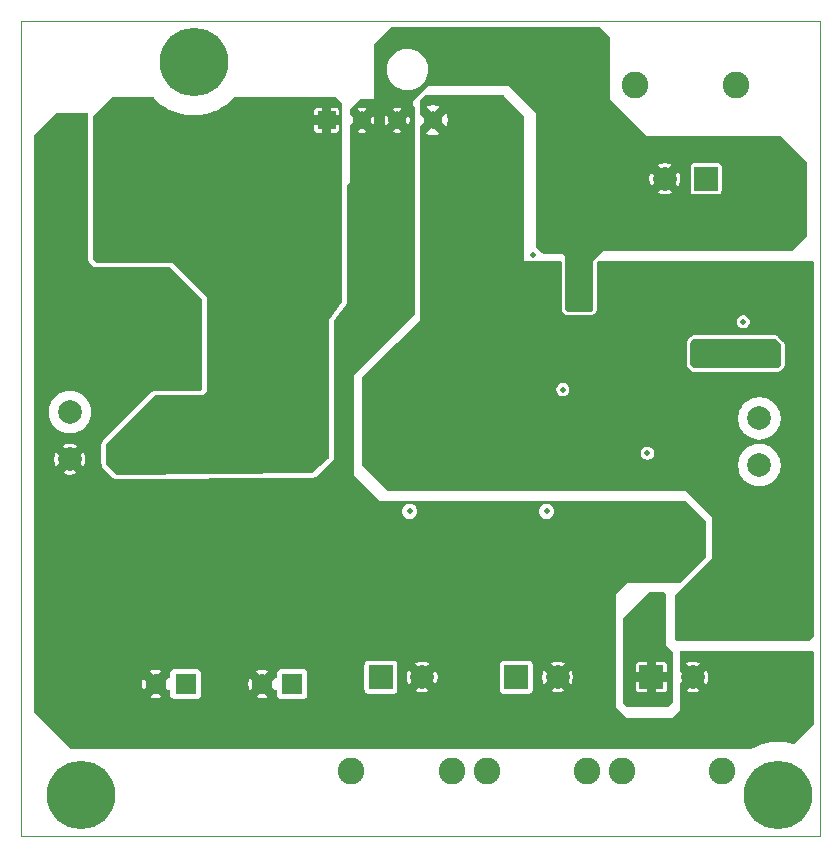
<source format=gbl>
%TF.GenerationSoftware,KiCad,Pcbnew,9.0.0*%
%TF.CreationDate,2026-02-04T15:59:27+07:00*%
%TF.ProjectId,Connector_Extension_Board_V1.0,436f6e6e-6563-4746-9f72-5f457874656e,rev?*%
%TF.SameCoordinates,Original*%
%TF.FileFunction,Copper,L4,Bot*%
%TF.FilePolarity,Positive*%
%FSLAX46Y46*%
G04 Gerber Fmt 4.6, Leading zero omitted, Abs format (unit mm)*
G04 Created by KiCad (PCBNEW 9.0.0) date 2026-02-04 15:59:27*
%MOMM*%
%LPD*%
G01*
G04 APERTURE LIST*
%TA.AperFunction,ComponentPad*%
%ADD10C,2.000000*%
%TD*%
%TA.AperFunction,ComponentPad*%
%ADD11C,5.800000*%
%TD*%
%TA.AperFunction,ComponentPad*%
%ADD12R,1.780000X1.780000*%
%TD*%
%TA.AperFunction,ComponentPad*%
%ADD13C,1.750000*%
%TD*%
%TA.AperFunction,ComponentPad*%
%ADD14C,0.500000*%
%TD*%
%TA.AperFunction,ComponentPad*%
%ADD15R,2.000000X2.000000*%
%TD*%
%TA.AperFunction,ComponentPad*%
%ADD16C,2.260600*%
%TD*%
%TA.AperFunction,ComponentPad*%
%ADD17R,1.520000X1.520000*%
%TD*%
%TA.AperFunction,ComponentPad*%
%ADD18C,1.520000*%
%TD*%
%TA.AperFunction,ViaPad*%
%ADD19C,0.500000*%
%TD*%
%TA.AperFunction,Profile*%
%ADD20C,0.100000*%
%TD*%
G04 APERTURE END LIST*
D10*
X102502000Y-86099800D03*
D11*
X103500000Y-114500000D03*
X162500000Y-114500000D03*
D12*
X121343875Y-105129050D03*
D13*
X118803875Y-105129050D03*
D10*
X160902000Y-86599800D03*
D14*
X155182000Y-91919800D03*
X153982000Y-91919800D03*
X152782000Y-91919800D03*
X151582000Y-91919800D03*
X155182000Y-93119800D03*
X153982000Y-93119800D03*
X152782000Y-93119800D03*
X151582000Y-93119800D03*
X155182000Y-94319800D03*
X153982000Y-94319800D03*
X152782000Y-94319800D03*
X151582000Y-94319800D03*
D15*
X140307625Y-104549800D03*
D10*
X143807625Y-104549800D03*
D16*
X137807625Y-112459800D03*
X146307625Y-112459800D03*
D11*
X113000000Y-52500000D03*
D15*
X156392000Y-62349800D03*
D10*
X152892000Y-62349800D03*
D16*
X158892000Y-54439800D03*
X150392000Y-54439800D03*
D10*
X160902000Y-82639800D03*
D15*
X151762000Y-104549800D03*
D10*
X155262000Y-104549800D03*
D16*
X149262000Y-112459800D03*
X157762000Y-112459800D03*
D15*
X128853250Y-104549800D03*
D10*
X132353250Y-104549800D03*
D16*
X126353250Y-112459800D03*
X134853250Y-112459800D03*
D12*
X112314500Y-105129050D03*
D13*
X109774500Y-105129050D03*
D10*
X102502000Y-82139800D03*
D17*
X124252000Y-57389800D03*
D18*
X127252000Y-57389800D03*
X130252000Y-57389800D03*
X133252000Y-57389800D03*
D19*
X127327000Y-93549800D03*
X120702000Y-93349800D03*
X127852000Y-61399800D03*
X130352000Y-59149800D03*
X128077000Y-92799800D03*
X107302000Y-102949800D03*
X133853250Y-102949800D03*
X135353250Y-105949800D03*
X128077000Y-93549800D03*
X116952000Y-92799800D03*
X108052000Y-104449800D03*
X130352000Y-63649800D03*
X157252000Y-77247300D03*
X156802000Y-102949800D03*
X145852000Y-71924800D03*
X127852000Y-59149800D03*
X108052000Y-102949800D03*
X116302000Y-105199800D03*
X145677000Y-69949800D03*
X134603250Y-104449800D03*
X157552000Y-104449800D03*
X146002000Y-67749800D03*
X134603250Y-103699800D03*
X143052000Y-102949800D03*
X116302000Y-104449800D03*
X127327000Y-92799800D03*
X146802000Y-105199800D03*
X109477000Y-93349800D03*
X112152000Y-93699800D03*
X111402000Y-93699800D03*
X129602000Y-62149800D03*
X145252000Y-66999800D03*
X146002000Y-66999800D03*
X150052000Y-62699800D03*
X135353250Y-103699800D03*
X141652000Y-93349800D03*
X127102000Y-63649800D03*
X122627000Y-93699800D03*
X107227000Y-92799800D03*
X145252000Y-66249800D03*
X130052000Y-93374800D03*
X144552000Y-102949800D03*
X107127000Y-75699800D03*
X134603250Y-105949800D03*
X116302000Y-103699800D03*
X143852000Y-93674800D03*
X102302000Y-59949800D03*
X119677000Y-93374800D03*
X157552000Y-105199800D03*
X130352000Y-60649800D03*
X112152000Y-92949800D03*
X110552000Y-75849800D03*
X160677000Y-77397300D03*
X127852000Y-63649800D03*
X122627000Y-92949800D03*
X144602000Y-93674800D03*
X138927000Y-93524800D03*
X130352000Y-64399800D03*
X150802000Y-62699800D03*
X146802000Y-103699800D03*
X108452000Y-93374800D03*
X131077000Y-93349800D03*
X133752000Y-92949800D03*
X135353250Y-104449800D03*
X130352000Y-62149800D03*
X127852000Y-62899800D03*
X107302000Y-105949800D03*
X145102000Y-71924800D03*
X130352000Y-62899800D03*
X108052000Y-105199800D03*
X150052000Y-61949800D03*
X146802000Y-105949800D03*
X158302000Y-102949800D03*
X145852000Y-71174800D03*
X102302000Y-60699800D03*
X130352000Y-65149800D03*
X146002000Y-66249800D03*
X158302000Y-105199800D03*
X121877000Y-92949800D03*
X101552000Y-61449800D03*
X106477000Y-92799800D03*
X127852000Y-62149800D03*
X107127000Y-74949800D03*
X162177000Y-76647300D03*
X129602000Y-59149800D03*
X127852000Y-60649800D03*
X105627000Y-75699800D03*
X116302000Y-105949800D03*
X135353250Y-105199800D03*
X127852000Y-64399800D03*
X158302000Y-103699800D03*
X132252000Y-92949800D03*
X145352000Y-93674800D03*
X110552000Y-75099800D03*
X142677000Y-93324800D03*
X157552000Y-102949800D03*
X134603250Y-105199800D03*
X111302000Y-75849800D03*
X134603250Y-102949800D03*
X112052000Y-75099800D03*
X105727000Y-93549800D03*
X150802000Y-63449800D03*
X150802000Y-61949800D03*
X157552000Y-105949800D03*
X140427000Y-92774800D03*
X145252000Y-67749800D03*
X127102000Y-59149800D03*
X146052000Y-104449800D03*
X102302000Y-62199800D03*
X160677000Y-76647300D03*
X156502000Y-76497300D03*
X105727000Y-92799800D03*
X145302000Y-102949800D03*
X110652000Y-93699800D03*
X117052000Y-104449800D03*
X106477000Y-93549800D03*
X128827000Y-92799800D03*
X145352000Y-92924800D03*
X121877000Y-93699800D03*
X161427000Y-76647300D03*
X146802000Y-104449800D03*
X129602000Y-61399800D03*
X129602000Y-60649800D03*
X158477000Y-77072300D03*
X143802000Y-102949800D03*
X107302000Y-104449800D03*
X129602000Y-63649800D03*
X158302000Y-104449800D03*
X127102000Y-60649800D03*
X112052000Y-75849800D03*
X105627000Y-74949800D03*
X111302000Y-75099800D03*
X162177000Y-77397300D03*
X154552000Y-102949800D03*
X108352000Y-75524800D03*
X129602000Y-59899800D03*
X161427000Y-77397300D03*
X106377000Y-75699800D03*
X138927000Y-92774800D03*
X108052000Y-105949800D03*
X146052000Y-103699800D03*
X117052000Y-103699800D03*
X127102000Y-62899800D03*
X127852000Y-59899800D03*
X128827000Y-93549800D03*
X131603250Y-102949800D03*
X156502000Y-77247300D03*
X146802000Y-102949800D03*
X129602000Y-62899800D03*
X101552000Y-60699800D03*
X101552000Y-62199800D03*
X123377000Y-93699800D03*
X127102000Y-59899800D03*
X127102000Y-65149800D03*
X111402000Y-92949800D03*
X155302000Y-102949800D03*
X143852000Y-92924800D03*
X145852000Y-72674800D03*
X155752000Y-77247300D03*
X150802000Y-61199800D03*
X101552000Y-59949800D03*
X130352000Y-59899800D03*
X155752000Y-76497300D03*
X116952000Y-93549800D03*
X127102000Y-64399800D03*
X140427000Y-93524800D03*
X145102000Y-72674800D03*
X146052000Y-105949800D03*
X130352000Y-61399800D03*
X157252000Y-76497300D03*
X117052000Y-102949800D03*
X127852000Y-65149800D03*
X133103250Y-102949800D03*
X106377000Y-74949800D03*
X150052000Y-61199800D03*
X159502000Y-77047300D03*
X117702000Y-92799800D03*
X157552000Y-103699800D03*
X129602000Y-64399800D03*
X139677000Y-92774800D03*
X132353250Y-102949800D03*
X133752000Y-93699800D03*
X107302000Y-103699800D03*
X109377000Y-75499800D03*
X107227000Y-93549800D03*
X117052000Y-105199800D03*
X118452000Y-92799800D03*
X110652000Y-92949800D03*
X135353250Y-102949800D03*
X158302000Y-105949800D03*
X117702000Y-93549800D03*
X118452000Y-93549800D03*
X102302000Y-61449800D03*
X139677000Y-93524800D03*
X146052000Y-105199800D03*
X145652000Y-68924800D03*
X133002000Y-93699800D03*
X150052000Y-63449800D03*
X123377000Y-92949800D03*
X145102000Y-71174800D03*
X108052000Y-103699800D03*
X107302000Y-105199800D03*
X133002000Y-92949800D03*
X116302000Y-102949800D03*
X132252000Y-93699800D03*
X144602000Y-92924800D03*
X127102000Y-62149800D03*
X127102000Y-61399800D03*
X156052000Y-102949800D03*
X129602000Y-65149800D03*
X146052000Y-102949800D03*
X117052000Y-105949800D03*
X129454500Y-84949800D03*
X158052000Y-100199800D03*
X156552000Y-100949800D03*
X138802000Y-70449800D03*
X138052000Y-71199800D03*
X142552000Y-86449800D03*
X139552000Y-84949800D03*
X139552000Y-68199800D03*
X138802000Y-68199800D03*
X138052000Y-70449800D03*
X136152000Y-56049800D03*
X141802000Y-86449800D03*
X159552000Y-99449800D03*
X139552000Y-68949800D03*
X130204500Y-85699800D03*
X130204500Y-84949800D03*
X136152000Y-59049800D03*
X137652000Y-57549800D03*
X129454500Y-86449800D03*
X128704500Y-86449800D03*
X139552000Y-70449800D03*
X136152000Y-61299800D03*
X136902000Y-56799800D03*
X155802000Y-100949800D03*
X159552000Y-100199800D03*
X141052000Y-84949800D03*
X136902000Y-59799800D03*
X139552000Y-85699800D03*
X141802000Y-84949800D03*
X141802000Y-85699800D03*
X139552000Y-86449800D03*
X130954500Y-86449800D03*
X136152000Y-56799800D03*
X155802000Y-100199800D03*
X158052000Y-70999800D03*
X156552000Y-99449800D03*
X142552000Y-85699800D03*
X138802000Y-71199800D03*
X127954500Y-85699800D03*
X130954500Y-85699800D03*
X158802000Y-99449800D03*
X137652000Y-59799800D03*
X142552000Y-84949800D03*
X158052000Y-99449800D03*
X154302000Y-99449800D03*
X137652000Y-59049800D03*
X138052000Y-68949800D03*
X137652000Y-60549800D03*
X139552000Y-69699800D03*
X129454500Y-85699800D03*
X140302000Y-85699800D03*
X140302000Y-84949800D03*
X159552000Y-100949800D03*
X140302000Y-86449800D03*
X136902000Y-57549800D03*
X158802000Y-100949800D03*
X127954500Y-84949800D03*
X130954500Y-84949800D03*
X157302000Y-70249800D03*
X138802000Y-69699800D03*
X139552000Y-71199800D03*
X136152000Y-60549800D03*
X136902000Y-59049800D03*
X157302000Y-100949800D03*
X128704500Y-85699800D03*
X137652000Y-61299800D03*
X137652000Y-58299800D03*
X155052000Y-100199800D03*
X138802000Y-68949800D03*
X136152000Y-58299800D03*
X130204500Y-86449800D03*
X141052000Y-85699800D03*
X158052000Y-70249800D03*
X158802000Y-100199800D03*
X138052000Y-68199800D03*
X155052000Y-100949800D03*
X141052000Y-86449800D03*
X138052000Y-69699800D03*
X157302000Y-100199800D03*
X156552000Y-100199800D03*
X157302000Y-70999800D03*
X128704500Y-84949800D03*
X136902000Y-61299800D03*
X127954500Y-86449800D03*
X154302000Y-100199800D03*
X136902000Y-60549800D03*
X136152000Y-59799800D03*
X155802000Y-99449800D03*
X137652000Y-56799800D03*
X136902000Y-56049800D03*
X136152000Y-57549800D03*
X154302000Y-100949800D03*
X158052000Y-100949800D03*
X155052000Y-99449800D03*
X136902000Y-58299800D03*
X157302000Y-99449800D03*
X137652000Y-56049800D03*
X121052000Y-60199800D03*
X121052000Y-57949800D03*
X106302000Y-69199800D03*
X107802000Y-85239800D03*
X119552000Y-60199800D03*
X105552000Y-69199800D03*
X119552000Y-59449800D03*
X121052000Y-56449800D03*
X119742000Y-84959800D03*
X106302000Y-68449800D03*
X118992000Y-85709800D03*
X108552000Y-85239800D03*
X119552000Y-61699800D03*
X119742000Y-85709800D03*
X120492000Y-85709800D03*
X118992000Y-86459800D03*
X119552000Y-60949800D03*
X108552000Y-69199800D03*
X120302000Y-58699800D03*
X120302000Y-60949800D03*
X120302000Y-59449800D03*
X118992000Y-84959800D03*
X121052000Y-61699800D03*
X109302000Y-85239800D03*
X117492000Y-84959800D03*
X118242000Y-85709800D03*
X117492000Y-85709800D03*
X118242000Y-84959800D03*
X107052000Y-85989800D03*
X106302000Y-86739800D03*
X107052000Y-85239800D03*
X107802000Y-68449800D03*
X108552000Y-67699800D03*
X109302000Y-86739800D03*
X106302000Y-85239800D03*
X119552000Y-57949800D03*
X108552000Y-86739800D03*
X121052000Y-57199800D03*
X120302000Y-57199800D03*
X120302000Y-60199800D03*
X105552000Y-67699800D03*
X118242000Y-86459800D03*
X119552000Y-58699800D03*
X117492000Y-86459800D03*
X120302000Y-61699800D03*
X119552000Y-56449800D03*
X121052000Y-59449800D03*
X121052000Y-60949800D03*
X108552000Y-68449800D03*
X106302000Y-85989800D03*
X120302000Y-56449800D03*
X120302000Y-57949800D03*
X105552000Y-68449800D03*
X107052000Y-68449800D03*
X120492000Y-86459800D03*
X109302000Y-85989800D03*
X121052000Y-58699800D03*
X107052000Y-86739800D03*
X120492000Y-84959800D03*
X107802000Y-85989800D03*
X107052000Y-67699800D03*
X107802000Y-69199800D03*
X119742000Y-86459800D03*
X107802000Y-67699800D03*
X119552000Y-57199800D03*
X108552000Y-85989800D03*
X106302000Y-67699800D03*
X107802000Y-86739800D03*
X107052000Y-69199800D03*
X152552000Y-97699800D03*
X151802000Y-97699800D03*
X152552000Y-99949800D03*
X151052000Y-102199800D03*
X152552000Y-100699800D03*
X151802000Y-99199800D03*
X152552000Y-99199800D03*
X152552000Y-98449800D03*
X151802000Y-101449800D03*
X150302000Y-102199800D03*
X151802000Y-100699800D03*
X152552000Y-102199800D03*
X151802000Y-99949800D03*
X151052000Y-101449800D03*
X151802000Y-98449800D03*
X150302000Y-101449800D03*
X151802000Y-102199800D03*
X150302000Y-100699800D03*
X151052000Y-100699800D03*
X152552000Y-101449800D03*
X131279500Y-90499800D03*
X151422000Y-85599800D03*
X141752000Y-68774800D03*
X142877000Y-90499800D03*
X159527000Y-74474800D03*
X144252000Y-80199800D03*
%TA.AperFunction,Conductor*%
G36*
X138552000Y-56199800D02*
G01*
X138552000Y-61799800D01*
X138302000Y-62049800D01*
X134327000Y-62049800D01*
X132152000Y-59874800D01*
X132152000Y-58517545D01*
X132689937Y-58517545D01*
X132768327Y-58557488D01*
X132768330Y-58557489D01*
X132956947Y-58618773D01*
X133152837Y-58649800D01*
X133351163Y-58649800D01*
X133547052Y-58618773D01*
X133735666Y-58557490D01*
X133814061Y-58517545D01*
X133252001Y-57955485D01*
X133252000Y-57955485D01*
X132689937Y-58517545D01*
X132152000Y-58517545D01*
X132152000Y-57924114D01*
X132686314Y-57389800D01*
X132619171Y-57322657D01*
X132742000Y-57322657D01*
X132742000Y-57456943D01*
X132776755Y-57586653D01*
X132843898Y-57702947D01*
X132938853Y-57797902D01*
X133055147Y-57865045D01*
X133184857Y-57899800D01*
X133319143Y-57899800D01*
X133448853Y-57865045D01*
X133565147Y-57797902D01*
X133660102Y-57702947D01*
X133727245Y-57586653D01*
X133762000Y-57456943D01*
X133762000Y-57389799D01*
X133817685Y-57389799D01*
X133817685Y-57389801D01*
X134379745Y-57951861D01*
X134419690Y-57873466D01*
X134480973Y-57684852D01*
X134512000Y-57488963D01*
X134512000Y-57290636D01*
X134480973Y-57094747D01*
X134419689Y-56906130D01*
X134419688Y-56906127D01*
X134379745Y-56827737D01*
X133817685Y-57389799D01*
X133762000Y-57389799D01*
X133762000Y-57322657D01*
X133727245Y-57192947D01*
X133660102Y-57076653D01*
X133565147Y-56981698D01*
X133448853Y-56914555D01*
X133319143Y-56879800D01*
X133184857Y-56879800D01*
X133055147Y-56914555D01*
X132938853Y-56981698D01*
X132843898Y-57076653D01*
X132776755Y-57192947D01*
X132742000Y-57322657D01*
X132619171Y-57322657D01*
X132152000Y-56855486D01*
X132152000Y-56262052D01*
X132689937Y-56262052D01*
X133252000Y-56824114D01*
X133252001Y-56824114D01*
X133814060Y-56262053D01*
X133735672Y-56222111D01*
X133735669Y-56222110D01*
X133547052Y-56160826D01*
X133351163Y-56129800D01*
X133152837Y-56129800D01*
X132956947Y-56160826D01*
X132768328Y-56222111D01*
X132689937Y-56262052D01*
X132152000Y-56262052D01*
X132152000Y-55751162D01*
X132171685Y-55684123D01*
X132188319Y-55663481D01*
X132540681Y-55311119D01*
X132602004Y-55277634D01*
X132628362Y-55274800D01*
X137627000Y-55274800D01*
X138552000Y-56199800D01*
G37*
%TD.AperFunction*%
%TA.AperFunction,Conductor*%
G36*
X109573697Y-55419485D02*
G01*
X109601642Y-55444089D01*
X109682252Y-55540156D01*
X109682261Y-55540165D01*
X109682270Y-55540175D01*
X109959841Y-55817745D01*
X109959844Y-55817748D01*
X110066861Y-55907546D01*
X110260567Y-56070085D01*
X110260573Y-56070089D01*
X110260574Y-56070090D01*
X110582152Y-56295262D01*
X110725483Y-56378014D01*
X110922124Y-56491545D01*
X110922148Y-56491558D01*
X111277920Y-56657456D01*
X111277923Y-56657457D01*
X111277925Y-56657458D01*
X111646824Y-56791726D01*
X111646825Y-56791726D01*
X111646830Y-56791728D01*
X111765957Y-56823647D01*
X112026022Y-56893332D01*
X112412632Y-56961502D01*
X112803711Y-56995716D01*
X112803712Y-56995717D01*
X112803713Y-56995717D01*
X113196288Y-56995717D01*
X113196288Y-56995716D01*
X113587368Y-56961502D01*
X113973978Y-56893332D01*
X114353176Y-56791726D01*
X114722075Y-56657458D01*
X114786764Y-56627292D01*
X114877450Y-56585005D01*
X123192000Y-56585005D01*
X123192000Y-56989800D01*
X123852000Y-56989800D01*
X123852000Y-56329800D01*
X123447214Y-56329800D01*
X123447191Y-56329802D01*
X123422130Y-56332708D01*
X123422126Y-56332709D01*
X123319525Y-56378011D01*
X123319520Y-56378014D01*
X123240214Y-56457320D01*
X123240211Y-56457325D01*
X123194910Y-56559922D01*
X123194910Y-56559924D01*
X123192000Y-56585005D01*
X114877450Y-56585005D01*
X115077851Y-56491558D01*
X115077856Y-56491554D01*
X115077869Y-56491549D01*
X115417848Y-56295262D01*
X115739426Y-56070090D01*
X116040156Y-55817748D01*
X116317748Y-55540156D01*
X116398355Y-55444091D01*
X116456524Y-55405392D01*
X116493342Y-55399800D01*
X124950638Y-55399800D01*
X125017677Y-55419485D01*
X125038319Y-55436119D01*
X125548464Y-55946264D01*
X125581949Y-56007587D01*
X125584783Y-56033945D01*
X125584783Y-72716644D01*
X125565098Y-72783683D01*
X125560728Y-72790041D01*
X124452000Y-74299800D01*
X124452000Y-85954575D01*
X124432315Y-86021614D01*
X124410954Y-86046740D01*
X123050873Y-87270814D01*
X122987874Y-87301029D01*
X122968650Y-87302643D01*
X106503788Y-87399495D01*
X106436634Y-87380205D01*
X106415378Y-87363178D01*
X105638319Y-86586119D01*
X105604834Y-86524796D01*
X105602000Y-86498438D01*
X105602000Y-84851162D01*
X105621685Y-84784123D01*
X105638319Y-84763481D01*
X109665681Y-80736119D01*
X109727004Y-80702634D01*
X109753362Y-80699800D01*
X113852001Y-80699800D01*
X113852000Y-80699799D01*
X114102000Y-80283133D01*
X114102000Y-72349800D01*
X111202000Y-69449800D01*
X104803362Y-69449800D01*
X104736323Y-69430115D01*
X104715681Y-69413481D01*
X104488319Y-69186119D01*
X104454834Y-69124796D01*
X104452000Y-69098438D01*
X104452000Y-58194585D01*
X123192001Y-58194585D01*
X123192002Y-58194608D01*
X123194908Y-58219669D01*
X123194909Y-58219673D01*
X123240211Y-58322274D01*
X123240214Y-58322279D01*
X123319520Y-58401585D01*
X123319525Y-58401588D01*
X123422123Y-58446889D01*
X123447206Y-58449799D01*
X123851999Y-58449799D01*
X124652000Y-58449799D01*
X125056786Y-58449799D01*
X125056808Y-58449797D01*
X125081869Y-58446891D01*
X125081873Y-58446890D01*
X125184474Y-58401588D01*
X125184479Y-58401585D01*
X125263785Y-58322279D01*
X125263788Y-58322274D01*
X125309089Y-58219677D01*
X125309089Y-58219675D01*
X125311999Y-58194594D01*
X125312000Y-58194591D01*
X125312000Y-57789800D01*
X124652000Y-57789800D01*
X124652000Y-58449799D01*
X123851999Y-58449799D01*
X123852000Y-58449798D01*
X123852000Y-57789800D01*
X123192001Y-57789800D01*
X123192001Y-58194585D01*
X104452000Y-58194585D01*
X104452000Y-57322657D01*
X123742000Y-57322657D01*
X123742000Y-57456943D01*
X123776755Y-57586653D01*
X123843898Y-57702947D01*
X123938853Y-57797902D01*
X124055147Y-57865045D01*
X124184857Y-57899800D01*
X124319143Y-57899800D01*
X124448853Y-57865045D01*
X124565147Y-57797902D01*
X124660102Y-57702947D01*
X124727245Y-57586653D01*
X124762000Y-57456943D01*
X124762000Y-57322657D01*
X124727245Y-57192947D01*
X124660102Y-57076653D01*
X124573249Y-56989800D01*
X124652000Y-56989800D01*
X125311999Y-56989800D01*
X125311999Y-56585014D01*
X125311997Y-56584991D01*
X125309091Y-56559930D01*
X125309090Y-56559926D01*
X125263788Y-56457325D01*
X125263785Y-56457320D01*
X125184479Y-56378014D01*
X125184474Y-56378011D01*
X125081876Y-56332710D01*
X125056794Y-56329800D01*
X124652000Y-56329800D01*
X124652000Y-56989800D01*
X124573249Y-56989800D01*
X124565147Y-56981698D01*
X124448853Y-56914555D01*
X124319143Y-56879800D01*
X124184857Y-56879800D01*
X124055147Y-56914555D01*
X123938853Y-56981698D01*
X123843898Y-57076653D01*
X123776755Y-57192947D01*
X123742000Y-57322657D01*
X104452000Y-57322657D01*
X104452000Y-57101162D01*
X104471685Y-57034123D01*
X104488319Y-57013481D01*
X106065681Y-55436119D01*
X106127004Y-55402634D01*
X106153362Y-55399800D01*
X109506658Y-55399800D01*
X109573697Y-55419485D01*
G37*
%TD.AperFunction*%
%TA.AperFunction,Conductor*%
G36*
X162267677Y-75919485D02*
G01*
X162288319Y-75936119D01*
X162715681Y-76363481D01*
X162749166Y-76424804D01*
X162752000Y-76451162D01*
X162752000Y-78048438D01*
X162732315Y-78115477D01*
X162715681Y-78136119D01*
X162488319Y-78363481D01*
X162426996Y-78396966D01*
X162400638Y-78399800D01*
X155403362Y-78399800D01*
X155336323Y-78380115D01*
X155315681Y-78363481D01*
X155088319Y-78136119D01*
X155054834Y-78074796D01*
X155052000Y-78048438D01*
X155052000Y-76251162D01*
X155071685Y-76184123D01*
X155088319Y-76163481D01*
X155315681Y-75936119D01*
X155377004Y-75902634D01*
X155403362Y-75899800D01*
X162200638Y-75899800D01*
X162267677Y-75919485D01*
G37*
%TD.AperFunction*%
%TA.AperFunction,Conductor*%
G36*
X139246596Y-55294485D02*
G01*
X139267213Y-55311093D01*
X140913603Y-56956528D01*
X140947106Y-57017842D01*
X140949947Y-57044163D01*
X140950764Y-58449800D01*
X140957066Y-69299800D01*
X141568033Y-69299800D01*
X141600126Y-69304025D01*
X141610108Y-69306699D01*
X141679525Y-69325300D01*
X141679527Y-69325300D01*
X141824473Y-69325300D01*
X141824475Y-69325300D01*
X141895786Y-69306192D01*
X141903874Y-69304025D01*
X141935967Y-69299800D01*
X144022500Y-69299800D01*
X144089539Y-69319485D01*
X144135294Y-69372289D01*
X144146500Y-69423800D01*
X144146500Y-73348438D01*
X144148250Y-73381081D01*
X144148254Y-73381134D01*
X144151081Y-73407425D01*
X144151920Y-73414460D01*
X144151920Y-73414462D01*
X144186700Y-73521201D01*
X144186704Y-73521211D01*
X144220189Y-73582533D01*
X144272289Y-73652129D01*
X144272295Y-73652136D01*
X144272298Y-73652140D01*
X144399660Y-73779502D01*
X144420429Y-73798157D01*
X144423993Y-73801359D01*
X144444674Y-73818024D01*
X144450172Y-73822351D01*
X144450175Y-73822353D01*
X144550251Y-73873239D01*
X144617290Y-73892924D01*
X144703362Y-73905300D01*
X144703365Y-73905300D01*
X146600639Y-73905300D01*
X146602559Y-73905197D01*
X146633297Y-73903549D01*
X146659655Y-73900715D01*
X146666660Y-73899880D01*
X146773407Y-73865097D01*
X146834730Y-73831612D01*
X146847099Y-73822353D01*
X146904329Y-73779510D01*
X146904340Y-73779502D01*
X147031702Y-73652140D01*
X147053558Y-73627808D01*
X147070192Y-73607166D01*
X147074590Y-73601576D01*
X147074592Y-73601571D01*
X147077866Y-73596446D01*
X147078032Y-73596552D01*
X147081460Y-73590852D01*
X147091735Y-73576254D01*
X147112544Y-73526896D01*
X147125457Y-73501489D01*
X147126219Y-73498892D01*
X147124556Y-73498404D01*
X147135351Y-73472801D01*
X147138616Y-73457786D01*
X147140800Y-73449232D01*
X147145123Y-73434513D01*
X147157500Y-73348438D01*
X147157500Y-69477703D01*
X147166144Y-69448262D01*
X147172668Y-69418276D01*
X147176422Y-69413260D01*
X147177185Y-69410664D01*
X147193819Y-69390022D01*
X147247722Y-69336119D01*
X147309045Y-69302634D01*
X147335403Y-69299800D01*
X165375500Y-69299800D01*
X165442539Y-69319485D01*
X165488294Y-69372289D01*
X165499500Y-69423800D01*
X165499500Y-101099109D01*
X165479815Y-101166148D01*
X165463181Y-101186790D01*
X165186490Y-101463481D01*
X165125167Y-101496966D01*
X165098809Y-101499800D01*
X154003362Y-101499800D01*
X153973921Y-101491155D01*
X153943935Y-101484632D01*
X153938919Y-101480877D01*
X153936323Y-101480115D01*
X153915681Y-101463481D01*
X153788319Y-101336119D01*
X153754834Y-101274796D01*
X153752000Y-101248438D01*
X153752000Y-97651162D01*
X153771685Y-97584123D01*
X153788319Y-97563481D01*
X156852000Y-94499800D01*
X156852000Y-90999800D01*
X154652000Y-88799800D01*
X129503362Y-88799800D01*
X129436323Y-88780115D01*
X129415681Y-88763481D01*
X127288319Y-86636119D01*
X127273615Y-86609191D01*
X127257023Y-86583373D01*
X127256131Y-86577172D01*
X127254834Y-86574796D01*
X127252000Y-86548438D01*
X127252000Y-86482073D01*
X159105854Y-86482073D01*
X159105854Y-86717526D01*
X159136585Y-86950959D01*
X159197527Y-87178395D01*
X159287627Y-87395916D01*
X159287629Y-87395920D01*
X159405355Y-87599826D01*
X159405360Y-87599832D01*
X159405361Y-87599834D01*
X159548686Y-87786620D01*
X159548692Y-87786627D01*
X159715172Y-87953107D01*
X159715178Y-87953112D01*
X159901974Y-88096445D01*
X160105880Y-88214171D01*
X160323409Y-88304274D01*
X160550837Y-88365214D01*
X160725914Y-88388263D01*
X160784273Y-88395946D01*
X160784274Y-88395946D01*
X161019727Y-88395946D01*
X161066413Y-88389799D01*
X161253163Y-88365214D01*
X161480591Y-88304274D01*
X161698120Y-88214171D01*
X161902026Y-88096445D01*
X162088822Y-87953112D01*
X162255312Y-87786622D01*
X162398645Y-87599826D01*
X162516371Y-87395920D01*
X162606474Y-87178391D01*
X162667414Y-86950963D01*
X162698146Y-86717526D01*
X162698146Y-86482074D01*
X162667414Y-86248637D01*
X162606474Y-86021209D01*
X162516371Y-85803680D01*
X162398645Y-85599774D01*
X162255312Y-85412978D01*
X162255307Y-85412972D01*
X162088827Y-85246492D01*
X162088820Y-85246486D01*
X161902034Y-85103161D01*
X161902032Y-85103160D01*
X161902026Y-85103155D01*
X161698120Y-84985429D01*
X161698116Y-84985427D01*
X161480595Y-84895327D01*
X161253159Y-84834385D01*
X161019727Y-84803654D01*
X161019726Y-84803654D01*
X160784274Y-84803654D01*
X160784273Y-84803654D01*
X160550840Y-84834385D01*
X160323404Y-84895327D01*
X160105883Y-84985427D01*
X160105879Y-84985429D01*
X159901974Y-85103155D01*
X159901965Y-85103161D01*
X159715179Y-85246486D01*
X159715172Y-85246492D01*
X159548692Y-85412972D01*
X159548686Y-85412979D01*
X159405361Y-85599765D01*
X159405355Y-85599774D01*
X159287629Y-85803679D01*
X159287627Y-85803683D01*
X159197527Y-86021204D01*
X159136585Y-86248640D01*
X159105854Y-86482073D01*
X127252000Y-86482073D01*
X127252000Y-85527325D01*
X150871500Y-85527325D01*
X150871500Y-85672275D01*
X150906711Y-85803683D01*
X150909017Y-85812288D01*
X150981488Y-85937811D01*
X150981490Y-85937813D01*
X150981491Y-85937815D01*
X151083985Y-86040309D01*
X151083986Y-86040310D01*
X151083988Y-86040311D01*
X151209511Y-86112782D01*
X151209512Y-86112782D01*
X151209515Y-86112784D01*
X151349525Y-86150300D01*
X151349528Y-86150300D01*
X151494472Y-86150300D01*
X151494475Y-86150300D01*
X151634485Y-86112784D01*
X151760015Y-86040309D01*
X151862509Y-85937815D01*
X151934984Y-85812285D01*
X151972500Y-85672275D01*
X151972500Y-85527325D01*
X151934984Y-85387315D01*
X151862509Y-85261785D01*
X151760015Y-85159291D01*
X151760013Y-85159290D01*
X151760011Y-85159288D01*
X151634488Y-85086817D01*
X151634489Y-85086817D01*
X151623006Y-85083740D01*
X151494475Y-85049300D01*
X151349525Y-85049300D01*
X151220993Y-85083740D01*
X151209511Y-85086817D01*
X151083988Y-85159288D01*
X151083982Y-85159293D01*
X150981493Y-85261782D01*
X150981488Y-85261788D01*
X150909017Y-85387311D01*
X150909016Y-85387315D01*
X150871500Y-85527325D01*
X127252000Y-85527325D01*
X127252000Y-82522073D01*
X159105854Y-82522073D01*
X159105854Y-82757526D01*
X159136585Y-82990959D01*
X159197527Y-83218395D01*
X159287627Y-83435916D01*
X159287629Y-83435920D01*
X159405355Y-83639826D01*
X159405360Y-83639832D01*
X159405361Y-83639834D01*
X159548686Y-83826620D01*
X159548692Y-83826627D01*
X159715172Y-83993107D01*
X159715178Y-83993112D01*
X159901974Y-84136445D01*
X160105880Y-84254171D01*
X160323409Y-84344274D01*
X160550837Y-84405214D01*
X160725914Y-84428263D01*
X160784273Y-84435946D01*
X160784274Y-84435946D01*
X161019727Y-84435946D01*
X161066413Y-84429799D01*
X161253163Y-84405214D01*
X161480591Y-84344274D01*
X161698120Y-84254171D01*
X161902026Y-84136445D01*
X162088822Y-83993112D01*
X162255312Y-83826622D01*
X162398645Y-83639826D01*
X162516371Y-83435920D01*
X162606474Y-83218391D01*
X162667414Y-82990963D01*
X162698146Y-82757526D01*
X162698146Y-82522074D01*
X162667414Y-82288637D01*
X162606474Y-82061209D01*
X162516371Y-81843680D01*
X162398645Y-81639774D01*
X162255312Y-81452978D01*
X162255307Y-81452972D01*
X162088827Y-81286492D01*
X162088820Y-81286486D01*
X161902034Y-81143161D01*
X161902032Y-81143160D01*
X161902026Y-81143155D01*
X161698120Y-81025429D01*
X161698116Y-81025427D01*
X161480595Y-80935327D01*
X161253159Y-80874385D01*
X161019727Y-80843654D01*
X161019726Y-80843654D01*
X160784274Y-80843654D01*
X160784273Y-80843654D01*
X160550840Y-80874385D01*
X160323404Y-80935327D01*
X160105883Y-81025427D01*
X160105879Y-81025429D01*
X159901974Y-81143155D01*
X159901965Y-81143161D01*
X159715179Y-81286486D01*
X159715172Y-81286492D01*
X159548692Y-81452972D01*
X159548686Y-81452979D01*
X159405361Y-81639765D01*
X159405355Y-81639774D01*
X159287629Y-81843679D01*
X159287627Y-81843683D01*
X159197527Y-82061204D01*
X159136585Y-82288640D01*
X159105854Y-82522073D01*
X127252000Y-82522073D01*
X127252000Y-80127325D01*
X143701500Y-80127325D01*
X143701500Y-80272275D01*
X143739016Y-80412285D01*
X143739017Y-80412288D01*
X143811488Y-80537811D01*
X143811490Y-80537813D01*
X143811491Y-80537815D01*
X143913985Y-80640309D01*
X143913986Y-80640310D01*
X143913988Y-80640311D01*
X144039511Y-80712782D01*
X144039512Y-80712782D01*
X144039515Y-80712784D01*
X144179525Y-80750300D01*
X144179528Y-80750300D01*
X144324472Y-80750300D01*
X144324475Y-80750300D01*
X144464485Y-80712784D01*
X144590015Y-80640309D01*
X144692509Y-80537815D01*
X144764984Y-80412285D01*
X144802500Y-80272275D01*
X144802500Y-80127325D01*
X144764984Y-79987315D01*
X144692509Y-79861785D01*
X144590015Y-79759291D01*
X144590013Y-79759290D01*
X144590011Y-79759288D01*
X144464488Y-79686817D01*
X144464489Y-79686817D01*
X144453006Y-79683740D01*
X144324475Y-79649300D01*
X144179525Y-79649300D01*
X144050993Y-79683740D01*
X144039511Y-79686817D01*
X143913988Y-79759288D01*
X143913982Y-79759293D01*
X143811493Y-79861782D01*
X143811488Y-79861788D01*
X143739017Y-79987311D01*
X143739016Y-79987315D01*
X143701500Y-80127325D01*
X127252000Y-80127325D01*
X127252000Y-79251162D01*
X127271685Y-79184123D01*
X127288319Y-79163481D01*
X130200636Y-76251164D01*
X154746500Y-76251164D01*
X154746500Y-78048438D01*
X154748250Y-78081081D01*
X154748254Y-78081134D01*
X154751081Y-78107425D01*
X154751920Y-78114460D01*
X154751920Y-78114462D01*
X154786700Y-78221201D01*
X154786704Y-78221211D01*
X154820189Y-78282533D01*
X154872289Y-78352129D01*
X154872307Y-78352150D01*
X155099645Y-78579487D01*
X155099660Y-78579502D01*
X155120884Y-78598566D01*
X155123993Y-78601359D01*
X155144674Y-78618024D01*
X155150172Y-78622351D01*
X155150175Y-78622353D01*
X155250251Y-78673239D01*
X155317290Y-78692924D01*
X155403362Y-78705300D01*
X155403365Y-78705300D01*
X162400639Y-78705300D01*
X162402559Y-78705197D01*
X162433297Y-78703549D01*
X162459655Y-78700715D01*
X162466660Y-78699880D01*
X162573407Y-78665097D01*
X162634730Y-78631612D01*
X162647099Y-78622353D01*
X162704329Y-78579510D01*
X162704340Y-78579502D01*
X162931702Y-78352140D01*
X162953558Y-78327808D01*
X162970192Y-78307166D01*
X162974553Y-78301625D01*
X163025439Y-78201549D01*
X163045124Y-78134510D01*
X163057500Y-78048438D01*
X163057500Y-76451162D01*
X163055749Y-76418503D01*
X163052915Y-76392145D01*
X163052080Y-76385140D01*
X163017297Y-76278393D01*
X163017295Y-76278388D01*
X162983810Y-76217066D01*
X162931710Y-76147470D01*
X162931705Y-76147465D01*
X162931702Y-76147460D01*
X162931698Y-76147456D01*
X162931692Y-76147449D01*
X162504353Y-75720111D01*
X162504349Y-75720107D01*
X162504340Y-75720098D01*
X162480008Y-75698242D01*
X162459366Y-75681608D01*
X162459363Y-75681606D01*
X162459325Y-75681575D01*
X162453827Y-75677248D01*
X162453825Y-75677247D01*
X162353747Y-75626360D01*
X162286716Y-75606677D01*
X162286710Y-75606676D01*
X162200638Y-75594300D01*
X155403362Y-75594300D01*
X155403361Y-75594300D01*
X155370718Y-75596050D01*
X155370709Y-75596050D01*
X155370703Y-75596051D01*
X155370698Y-75596051D01*
X155370665Y-75596054D01*
X155344374Y-75598881D01*
X155337339Y-75599720D01*
X155337337Y-75599720D01*
X155230598Y-75634500D01*
X155230588Y-75634504D01*
X155169266Y-75667989D01*
X155099670Y-75720089D01*
X155099649Y-75720107D01*
X154872312Y-75947445D01*
X154872295Y-75947463D01*
X154850440Y-75971793D01*
X154833775Y-75992474D01*
X154829448Y-75997972D01*
X154829447Y-75997974D01*
X154778560Y-76098052D01*
X154758877Y-76165083D01*
X154746500Y-76251164D01*
X130200636Y-76251164D01*
X132049475Y-74402325D01*
X158976500Y-74402325D01*
X158976500Y-74547275D01*
X159014016Y-74687285D01*
X159014017Y-74687288D01*
X159086488Y-74812811D01*
X159086490Y-74812813D01*
X159086491Y-74812815D01*
X159188985Y-74915309D01*
X159188986Y-74915310D01*
X159188988Y-74915311D01*
X159314511Y-74987782D01*
X159314512Y-74987782D01*
X159314515Y-74987784D01*
X159454525Y-75025300D01*
X159454528Y-75025300D01*
X159599472Y-75025300D01*
X159599475Y-75025300D01*
X159739485Y-74987784D01*
X159865015Y-74915309D01*
X159967509Y-74812815D01*
X160039984Y-74687285D01*
X160077500Y-74547275D01*
X160077500Y-74402325D01*
X160039984Y-74262315D01*
X159967509Y-74136785D01*
X159865015Y-74034291D01*
X159865013Y-74034290D01*
X159865011Y-74034288D01*
X159739488Y-73961817D01*
X159739489Y-73961817D01*
X159728006Y-73958740D01*
X159599475Y-73924300D01*
X159454525Y-73924300D01*
X159325993Y-73958740D01*
X159314511Y-73961817D01*
X159188988Y-74034288D01*
X159188982Y-74034293D01*
X159086493Y-74136782D01*
X159086488Y-74136788D01*
X159014017Y-74262311D01*
X159014016Y-74262315D01*
X158976500Y-74402325D01*
X132049475Y-74402325D01*
X132145283Y-74306517D01*
X132152000Y-74299800D01*
X132152000Y-59874800D01*
X134327000Y-62049800D01*
X138302000Y-62049800D01*
X138552000Y-61799800D01*
X138552000Y-56199800D01*
X137627000Y-55274800D01*
X139179557Y-55274800D01*
X139246596Y-55294485D01*
G37*
%TD.AperFunction*%
%TA.AperFunction,Conductor*%
G36*
X152767677Y-97319485D02*
G01*
X152788319Y-97336119D01*
X152915681Y-97463481D01*
X152949166Y-97524804D01*
X152952000Y-97551162D01*
X152952000Y-101799800D01*
X153515681Y-102363481D01*
X153549166Y-102424804D01*
X153552000Y-102451162D01*
X153552000Y-106648438D01*
X153532315Y-106715477D01*
X153515681Y-106736119D01*
X153188319Y-107063481D01*
X153126996Y-107096966D01*
X153100638Y-107099800D01*
X149803362Y-107099800D01*
X149736323Y-107080115D01*
X149715681Y-107063481D01*
X149388319Y-106736119D01*
X149354834Y-106674796D01*
X149352000Y-106648438D01*
X149352000Y-105594585D01*
X150462001Y-105594585D01*
X150462002Y-105594608D01*
X150464908Y-105619669D01*
X150464909Y-105619673D01*
X150510211Y-105722274D01*
X150510214Y-105722279D01*
X150589520Y-105801585D01*
X150589525Y-105801588D01*
X150692123Y-105846889D01*
X150717206Y-105849799D01*
X151361999Y-105849799D01*
X152162000Y-105849799D01*
X152806786Y-105849799D01*
X152806808Y-105849797D01*
X152831869Y-105846891D01*
X152831873Y-105846890D01*
X152934474Y-105801588D01*
X152934479Y-105801585D01*
X153013785Y-105722279D01*
X153013788Y-105722274D01*
X153059089Y-105619677D01*
X153059089Y-105619675D01*
X153061999Y-105594594D01*
X153062000Y-105594591D01*
X153062000Y-104949800D01*
X152162000Y-104949800D01*
X152162000Y-105849799D01*
X151361999Y-105849799D01*
X151362000Y-105849798D01*
X151362000Y-104949800D01*
X150462001Y-104949800D01*
X150462001Y-105594585D01*
X149352000Y-105594585D01*
X149352000Y-104482657D01*
X151252000Y-104482657D01*
X151252000Y-104616943D01*
X151286755Y-104746653D01*
X151353898Y-104862947D01*
X151448853Y-104957902D01*
X151565147Y-105025045D01*
X151694857Y-105059800D01*
X151829143Y-105059800D01*
X151958853Y-105025045D01*
X152075147Y-104957902D01*
X152170102Y-104862947D01*
X152237245Y-104746653D01*
X152272000Y-104616943D01*
X152272000Y-104482657D01*
X152237245Y-104352947D01*
X152170102Y-104236653D01*
X152083249Y-104149800D01*
X152162000Y-104149800D01*
X153061999Y-104149800D01*
X153061999Y-103505014D01*
X153061997Y-103504991D01*
X153059091Y-103479930D01*
X153059090Y-103479926D01*
X153013788Y-103377325D01*
X153013785Y-103377320D01*
X152934479Y-103298014D01*
X152934474Y-103298011D01*
X152831876Y-103252710D01*
X152806794Y-103249800D01*
X152162000Y-103249800D01*
X152162000Y-104149800D01*
X152083249Y-104149800D01*
X152075147Y-104141698D01*
X151958853Y-104074555D01*
X151829143Y-104039800D01*
X151694857Y-104039800D01*
X151565147Y-104074555D01*
X151448853Y-104141698D01*
X151353898Y-104236653D01*
X151286755Y-104352947D01*
X151252000Y-104482657D01*
X149352000Y-104482657D01*
X149352000Y-103505005D01*
X150462000Y-103505005D01*
X150462000Y-104149800D01*
X151362000Y-104149800D01*
X151362000Y-103249800D01*
X150717214Y-103249800D01*
X150717191Y-103249802D01*
X150692130Y-103252708D01*
X150692126Y-103252709D01*
X150589525Y-103298011D01*
X150589520Y-103298014D01*
X150510214Y-103377320D01*
X150510211Y-103377325D01*
X150464910Y-103479922D01*
X150464910Y-103479924D01*
X150462000Y-103505005D01*
X149352000Y-103505005D01*
X149352000Y-99651162D01*
X149371685Y-99584123D01*
X149388319Y-99563481D01*
X151615681Y-97336119D01*
X151677004Y-97302634D01*
X151703362Y-97299800D01*
X152700638Y-97299800D01*
X152767677Y-97319485D01*
G37*
%TD.AperFunction*%
%TA.AperFunction,Conductor*%
G36*
X128752000Y-56099800D02*
G01*
X131552000Y-56099800D01*
X131710181Y-56257981D01*
X131743666Y-56319304D01*
X131746500Y-56345662D01*
X131746500Y-56855493D01*
X131747822Y-56872289D01*
X131751148Y-56914555D01*
X131751618Y-56920520D01*
X131752000Y-56930248D01*
X131752000Y-57879632D01*
X131750473Y-57899030D01*
X131746500Y-57924114D01*
X131746500Y-73753938D01*
X131726815Y-73820977D01*
X131710181Y-73841619D01*
X126552000Y-78999799D01*
X126552000Y-78999800D01*
X126552000Y-87399800D01*
X128752000Y-89599800D01*
X154600638Y-89599800D01*
X154667677Y-89619485D01*
X154688319Y-89636119D01*
X156315681Y-91263481D01*
X156349166Y-91324804D01*
X156352000Y-91351162D01*
X156352000Y-94374974D01*
X156332315Y-94442013D01*
X156315681Y-94462655D01*
X154214855Y-96563481D01*
X154153532Y-96596966D01*
X154127174Y-96599800D01*
X149651999Y-96599800D01*
X148752000Y-97499799D01*
X148752000Y-97499800D01*
X148752000Y-107099800D01*
X149652000Y-107999800D01*
X153520865Y-107999800D01*
X154152000Y-107368665D01*
X154152000Y-105707285D01*
X154670198Y-105707285D01*
X154762968Y-105754555D01*
X154957582Y-105817790D01*
X155159683Y-105849800D01*
X155364317Y-105849800D01*
X155566417Y-105817790D01*
X155761031Y-105754555D01*
X155853801Y-105707285D01*
X155262001Y-105115485D01*
X155262000Y-105115485D01*
X154670198Y-105707285D01*
X154152000Y-105707285D01*
X154152000Y-105094113D01*
X154696314Y-104549799D01*
X154629172Y-104482657D01*
X154752000Y-104482657D01*
X154752000Y-104616943D01*
X154786755Y-104746653D01*
X154853898Y-104862947D01*
X154948853Y-104957902D01*
X155065147Y-105025045D01*
X155194857Y-105059800D01*
X155329143Y-105059800D01*
X155458853Y-105025045D01*
X155575147Y-104957902D01*
X155670102Y-104862947D01*
X155737245Y-104746653D01*
X155772000Y-104616943D01*
X155772000Y-104549799D01*
X155827685Y-104549799D01*
X155827685Y-104549800D01*
X156419485Y-105141600D01*
X156466755Y-105048831D01*
X156529990Y-104854217D01*
X156562000Y-104652117D01*
X156562000Y-104447482D01*
X156529990Y-104245382D01*
X156466755Y-104050768D01*
X156419485Y-103957998D01*
X155827685Y-104549799D01*
X155772000Y-104549799D01*
X155772000Y-104482657D01*
X155737245Y-104352947D01*
X155670102Y-104236653D01*
X155575147Y-104141698D01*
X155458853Y-104074555D01*
X155329143Y-104039800D01*
X155194857Y-104039800D01*
X155065147Y-104074555D01*
X154948853Y-104141698D01*
X154853898Y-104236653D01*
X154786755Y-104352947D01*
X154752000Y-104482657D01*
X154629172Y-104482657D01*
X154152000Y-104005485D01*
X154152000Y-103392312D01*
X154670197Y-103392312D01*
X155262000Y-103984114D01*
X155262001Y-103984114D01*
X155853801Y-103392312D01*
X155761034Y-103345046D01*
X155761027Y-103345043D01*
X155566417Y-103281809D01*
X155364317Y-103249800D01*
X155159683Y-103249800D01*
X154957581Y-103281810D01*
X154957578Y-103281810D01*
X154762974Y-103345042D01*
X154762973Y-103345042D01*
X154670197Y-103392312D01*
X154152000Y-103392312D01*
X154152000Y-102470754D01*
X154160644Y-102441313D01*
X154167168Y-102411327D01*
X154170922Y-102406311D01*
X154171685Y-102403715D01*
X154188319Y-102383073D01*
X154215681Y-102355711D01*
X154277004Y-102322226D01*
X154303362Y-102319392D01*
X165375500Y-102319392D01*
X165442539Y-102339077D01*
X165488294Y-102391881D01*
X165499500Y-102443392D01*
X165499500Y-108500937D01*
X165479815Y-108567976D01*
X165463181Y-108588618D01*
X163896187Y-110155611D01*
X163834864Y-110189096D01*
X163776413Y-110187705D01*
X163473985Y-110106670D01*
X163473988Y-110106670D01*
X163473978Y-110106668D01*
X163419397Y-110097043D01*
X163087370Y-110038498D01*
X162696290Y-110004283D01*
X162696287Y-110004283D01*
X162303713Y-110004283D01*
X162303709Y-110004283D01*
X161912629Y-110038498D01*
X161526027Y-110106667D01*
X161526024Y-110106667D01*
X161526022Y-110106668D01*
X161526017Y-110106669D01*
X161526014Y-110106670D01*
X161146830Y-110208271D01*
X160777928Y-110342540D01*
X160777920Y-110342543D01*
X160422148Y-110508441D01*
X160422124Y-110508454D01*
X160292684Y-110583187D01*
X160230684Y-110599800D01*
X102603362Y-110599800D01*
X102536323Y-110580115D01*
X102515681Y-110563481D01*
X99488319Y-107536119D01*
X99454834Y-107474796D01*
X99452000Y-107448438D01*
X99452000Y-106193598D01*
X109275636Y-106193598D01*
X109323456Y-106217965D01*
X109323459Y-106217966D01*
X109499352Y-106275116D01*
X109682027Y-106304050D01*
X109866973Y-106304050D01*
X110049646Y-106275116D01*
X110225541Y-106217965D01*
X110225548Y-106217962D01*
X110273363Y-106193598D01*
X109774501Y-105694735D01*
X109774500Y-105694735D01*
X109275636Y-106193598D01*
X99452000Y-106193598D01*
X99452000Y-105036576D01*
X108599500Y-105036576D01*
X108599500Y-105221523D01*
X108628433Y-105404197D01*
X108685584Y-105580092D01*
X108709949Y-105627913D01*
X108709950Y-105627913D01*
X109208814Y-105129050D01*
X109208814Y-105129049D01*
X109142989Y-105063224D01*
X109274500Y-105063224D01*
X109274500Y-105194876D01*
X109308575Y-105322043D01*
X109374401Y-105436057D01*
X109467493Y-105529149D01*
X109581507Y-105594975D01*
X109708674Y-105629050D01*
X109840326Y-105629050D01*
X109967493Y-105594975D01*
X110081507Y-105529149D01*
X110174599Y-105436057D01*
X110240425Y-105322043D01*
X110274500Y-105194876D01*
X110274500Y-105129050D01*
X110340185Y-105129050D01*
X110839047Y-105627912D01*
X110880601Y-105621331D01*
X110949895Y-105630285D01*
X111003347Y-105675281D01*
X111023987Y-105742032D01*
X111024000Y-105743804D01*
X111024000Y-106050567D01*
X111034792Y-106118707D01*
X111038854Y-106144354D01*
X111096450Y-106257392D01*
X111096452Y-106257394D01*
X111096454Y-106257397D01*
X111186152Y-106347095D01*
X111186154Y-106347096D01*
X111186158Y-106347100D01*
X111299194Y-106404695D01*
X111299198Y-106404697D01*
X111392975Y-106419549D01*
X111392981Y-106419550D01*
X113236018Y-106419549D01*
X113329804Y-106404696D01*
X113442842Y-106347100D01*
X113532550Y-106257392D01*
X113565055Y-106193598D01*
X118305011Y-106193598D01*
X118352831Y-106217965D01*
X118352834Y-106217966D01*
X118528727Y-106275116D01*
X118711402Y-106304050D01*
X118896348Y-106304050D01*
X119079021Y-106275116D01*
X119254916Y-106217965D01*
X119254923Y-106217962D01*
X119302738Y-106193598D01*
X118803876Y-105694735D01*
X118803875Y-105694735D01*
X118305011Y-106193598D01*
X113565055Y-106193598D01*
X113590146Y-106144354D01*
X113590146Y-106144352D01*
X113590147Y-106144351D01*
X113592231Y-106131195D01*
X113592231Y-106131194D01*
X113604999Y-106050574D01*
X113605000Y-106050569D01*
X113604999Y-105036576D01*
X117628875Y-105036576D01*
X117628875Y-105221523D01*
X117657808Y-105404197D01*
X117714959Y-105580092D01*
X117739324Y-105627913D01*
X117739325Y-105627913D01*
X118238189Y-105129050D01*
X118238189Y-105129049D01*
X118172364Y-105063224D01*
X118303875Y-105063224D01*
X118303875Y-105194876D01*
X118337950Y-105322043D01*
X118403776Y-105436057D01*
X118496868Y-105529149D01*
X118610882Y-105594975D01*
X118738049Y-105629050D01*
X118869701Y-105629050D01*
X118996868Y-105594975D01*
X119110882Y-105529149D01*
X119203974Y-105436057D01*
X119269800Y-105322043D01*
X119303875Y-105194876D01*
X119303875Y-105129050D01*
X119369560Y-105129050D01*
X119868422Y-105627912D01*
X119909976Y-105621331D01*
X119979270Y-105630285D01*
X120032722Y-105675281D01*
X120053362Y-105742032D01*
X120053375Y-105743804D01*
X120053375Y-106050567D01*
X120064167Y-106118707D01*
X120068229Y-106144354D01*
X120125825Y-106257392D01*
X120125827Y-106257394D01*
X120125829Y-106257397D01*
X120215527Y-106347095D01*
X120215529Y-106347096D01*
X120215533Y-106347100D01*
X120328569Y-106404695D01*
X120328573Y-106404697D01*
X120422350Y-106419549D01*
X120422356Y-106419550D01*
X122265393Y-106419549D01*
X122359179Y-106404696D01*
X122472217Y-106347100D01*
X122561925Y-106257392D01*
X122619521Y-106144354D01*
X122619521Y-106144352D01*
X122619522Y-106144351D01*
X122634374Y-106050574D01*
X122634375Y-106050569D01*
X122634374Y-104207532D01*
X122619521Y-104113746D01*
X122561925Y-104000708D01*
X122561921Y-104000704D01*
X122561920Y-104000702D01*
X122472222Y-103911004D01*
X122472219Y-103911002D01*
X122472217Y-103911000D01*
X122395392Y-103871855D01*
X122359176Y-103853402D01*
X122265399Y-103838550D01*
X120422357Y-103838550D01*
X120341394Y-103851373D01*
X120328571Y-103853404D01*
X120215533Y-103911000D01*
X120215532Y-103911001D01*
X120215527Y-103911004D01*
X120125829Y-104000702D01*
X120125826Y-104000707D01*
X120068227Y-104113748D01*
X120053375Y-104207525D01*
X120053375Y-104514293D01*
X120033690Y-104581332D01*
X119980886Y-104627087D01*
X119911728Y-104637031D01*
X119909978Y-104636767D01*
X119868424Y-104630185D01*
X119369560Y-105129050D01*
X119303875Y-105129050D01*
X119303875Y-105063224D01*
X119269800Y-104936057D01*
X119203974Y-104822043D01*
X119110882Y-104728951D01*
X118996868Y-104663125D01*
X118869701Y-104629050D01*
X118738049Y-104629050D01*
X118610882Y-104663125D01*
X118496868Y-104728951D01*
X118403776Y-104822043D01*
X118337950Y-104936057D01*
X118303875Y-105063224D01*
X118172364Y-105063224D01*
X117739325Y-104630185D01*
X117714959Y-104678009D01*
X117714958Y-104678011D01*
X117657808Y-104853902D01*
X117628875Y-105036576D01*
X113604999Y-105036576D01*
X113604999Y-104207532D01*
X113590146Y-104113746D01*
X113565054Y-104064500D01*
X118305010Y-104064500D01*
X118803875Y-104563364D01*
X118803876Y-104563364D01*
X119302738Y-104064500D01*
X119302738Y-104064499D01*
X119254917Y-104040134D01*
X119079022Y-103982983D01*
X118896348Y-103954050D01*
X118711402Y-103954050D01*
X118528727Y-103982983D01*
X118352836Y-104040133D01*
X118352834Y-104040134D01*
X118305010Y-104064500D01*
X113565054Y-104064500D01*
X113532550Y-104000708D01*
X113532546Y-104000704D01*
X113532545Y-104000702D01*
X113442847Y-103911004D01*
X113442844Y-103911002D01*
X113442842Y-103911000D01*
X113366017Y-103871855D01*
X113329801Y-103853402D01*
X113236024Y-103838550D01*
X111392982Y-103838550D01*
X111312019Y-103851373D01*
X111299196Y-103853404D01*
X111186158Y-103911000D01*
X111186157Y-103911001D01*
X111186152Y-103911004D01*
X111096454Y-104000702D01*
X111096451Y-104000707D01*
X111038852Y-104113748D01*
X111024000Y-104207525D01*
X111024000Y-104514293D01*
X111004315Y-104581332D01*
X110951511Y-104627087D01*
X110882353Y-104637031D01*
X110880603Y-104636767D01*
X110839049Y-104630185D01*
X110340185Y-105129050D01*
X110274500Y-105129050D01*
X110274500Y-105063224D01*
X110240425Y-104936057D01*
X110174599Y-104822043D01*
X110081507Y-104728951D01*
X109967493Y-104663125D01*
X109840326Y-104629050D01*
X109708674Y-104629050D01*
X109581507Y-104663125D01*
X109467493Y-104728951D01*
X109374401Y-104822043D01*
X109308575Y-104936057D01*
X109274500Y-105063224D01*
X109142989Y-105063224D01*
X108709950Y-104630185D01*
X108685584Y-104678009D01*
X108685583Y-104678011D01*
X108628433Y-104853902D01*
X108599500Y-105036576D01*
X99452000Y-105036576D01*
X99452000Y-104064500D01*
X109275635Y-104064500D01*
X109774500Y-104563364D01*
X109774501Y-104563364D01*
X110273363Y-104064500D01*
X110273363Y-104064499D01*
X110225542Y-104040134D01*
X110049647Y-103982983D01*
X109866973Y-103954050D01*
X109682027Y-103954050D01*
X109499352Y-103982983D01*
X109323461Y-104040133D01*
X109323459Y-104040134D01*
X109275635Y-104064500D01*
X99452000Y-104064500D01*
X99452000Y-103518275D01*
X127452750Y-103518275D01*
X127452750Y-105581317D01*
X127459088Y-105621331D01*
X127467604Y-105675104D01*
X127525200Y-105788142D01*
X127525202Y-105788144D01*
X127525204Y-105788147D01*
X127614902Y-105877845D01*
X127614904Y-105877846D01*
X127614908Y-105877850D01*
X127727944Y-105935445D01*
X127727948Y-105935447D01*
X127821725Y-105950299D01*
X127821731Y-105950300D01*
X129884768Y-105950299D01*
X129978554Y-105935446D01*
X130091592Y-105877850D01*
X130181300Y-105788142D01*
X130222499Y-105707285D01*
X131761448Y-105707285D01*
X131854218Y-105754555D01*
X132048832Y-105817790D01*
X132250933Y-105849800D01*
X132455567Y-105849800D01*
X132657667Y-105817790D01*
X132852281Y-105754555D01*
X132945051Y-105707285D01*
X132353251Y-105115485D01*
X132353250Y-105115485D01*
X131761448Y-105707285D01*
X130222499Y-105707285D01*
X130238896Y-105675104D01*
X130238896Y-105675102D01*
X130238897Y-105675101D01*
X130238897Y-105675100D01*
X130243683Y-105644884D01*
X130243683Y-105644883D01*
X130253749Y-105581324D01*
X130253750Y-105581319D01*
X130253749Y-104447482D01*
X131053250Y-104447482D01*
X131053250Y-104652117D01*
X131085259Y-104854217D01*
X131148493Y-105048827D01*
X131148496Y-105048834D01*
X131195762Y-105141601D01*
X131787564Y-104549800D01*
X131787564Y-104549799D01*
X131720422Y-104482657D01*
X131843250Y-104482657D01*
X131843250Y-104616943D01*
X131878005Y-104746653D01*
X131945148Y-104862947D01*
X132040103Y-104957902D01*
X132156397Y-105025045D01*
X132286107Y-105059800D01*
X132420393Y-105059800D01*
X132550103Y-105025045D01*
X132666397Y-104957902D01*
X132761352Y-104862947D01*
X132828495Y-104746653D01*
X132863250Y-104616943D01*
X132863250Y-104549799D01*
X132918935Y-104549799D01*
X132918935Y-104549800D01*
X133510735Y-105141600D01*
X133558005Y-105048831D01*
X133621240Y-104854217D01*
X133653250Y-104652117D01*
X133653250Y-104447482D01*
X133621240Y-104245382D01*
X133558005Y-104050768D01*
X133510735Y-103957998D01*
X132918935Y-104549799D01*
X132863250Y-104549799D01*
X132863250Y-104482657D01*
X132828495Y-104352947D01*
X132761352Y-104236653D01*
X132666397Y-104141698D01*
X132550103Y-104074555D01*
X132420393Y-104039800D01*
X132286107Y-104039800D01*
X132156397Y-104074555D01*
X132040103Y-104141698D01*
X131945148Y-104236653D01*
X131878005Y-104352947D01*
X131843250Y-104482657D01*
X131720422Y-104482657D01*
X131195762Y-103957997D01*
X131148492Y-104050773D01*
X131148492Y-104050774D01*
X131085260Y-104245378D01*
X131085260Y-104245381D01*
X131053250Y-104447482D01*
X130253749Y-104447482D01*
X130253749Y-103518282D01*
X130253749Y-103518281D01*
X130253749Y-103518277D01*
X130243682Y-103454716D01*
X130243681Y-103454715D01*
X130238896Y-103424496D01*
X130222497Y-103392312D01*
X131761447Y-103392312D01*
X132353250Y-103984114D01*
X132353251Y-103984114D01*
X132819089Y-103518275D01*
X138907125Y-103518275D01*
X138907125Y-105581317D01*
X138913463Y-105621331D01*
X138921979Y-105675104D01*
X138979575Y-105788142D01*
X138979577Y-105788144D01*
X138979579Y-105788147D01*
X139069277Y-105877845D01*
X139069279Y-105877846D01*
X139069283Y-105877850D01*
X139182319Y-105935445D01*
X139182323Y-105935447D01*
X139276100Y-105950299D01*
X139276106Y-105950300D01*
X141339143Y-105950299D01*
X141432929Y-105935446D01*
X141545967Y-105877850D01*
X141635675Y-105788142D01*
X141676874Y-105707285D01*
X143215823Y-105707285D01*
X143308593Y-105754555D01*
X143503207Y-105817790D01*
X143705308Y-105849800D01*
X143909942Y-105849800D01*
X144112042Y-105817790D01*
X144306656Y-105754555D01*
X144399426Y-105707285D01*
X143807626Y-105115485D01*
X143807625Y-105115485D01*
X143215823Y-105707285D01*
X141676874Y-105707285D01*
X141693271Y-105675104D01*
X141693271Y-105675102D01*
X141693272Y-105675101D01*
X141693272Y-105675100D01*
X141698058Y-105644884D01*
X141698058Y-105644883D01*
X141708124Y-105581324D01*
X141708125Y-105581319D01*
X141708124Y-104447482D01*
X142507625Y-104447482D01*
X142507625Y-104652117D01*
X142539634Y-104854217D01*
X142602868Y-105048827D01*
X142602871Y-105048834D01*
X142650137Y-105141601D01*
X143241939Y-104549800D01*
X143241939Y-104549799D01*
X143174797Y-104482657D01*
X143297625Y-104482657D01*
X143297625Y-104616943D01*
X143332380Y-104746653D01*
X143399523Y-104862947D01*
X143494478Y-104957902D01*
X143610772Y-105025045D01*
X143740482Y-105059800D01*
X143874768Y-105059800D01*
X144004478Y-105025045D01*
X144120772Y-104957902D01*
X144215727Y-104862947D01*
X144282870Y-104746653D01*
X144317625Y-104616943D01*
X144317625Y-104549799D01*
X144373310Y-104549799D01*
X144373310Y-104549800D01*
X144965110Y-105141600D01*
X145012380Y-105048831D01*
X145075615Y-104854217D01*
X145107625Y-104652117D01*
X145107625Y-104447482D01*
X145075615Y-104245382D01*
X145012380Y-104050768D01*
X144965110Y-103957998D01*
X144373310Y-104549799D01*
X144317625Y-104549799D01*
X144317625Y-104482657D01*
X144282870Y-104352947D01*
X144215727Y-104236653D01*
X144120772Y-104141698D01*
X144004478Y-104074555D01*
X143874768Y-104039800D01*
X143740482Y-104039800D01*
X143610772Y-104074555D01*
X143494478Y-104141698D01*
X143399523Y-104236653D01*
X143332380Y-104352947D01*
X143297625Y-104482657D01*
X143174797Y-104482657D01*
X142650137Y-103957997D01*
X142602867Y-104050773D01*
X142602867Y-104050774D01*
X142539635Y-104245378D01*
X142539635Y-104245381D01*
X142507625Y-104447482D01*
X141708124Y-104447482D01*
X141708124Y-103518282D01*
X141708124Y-103518281D01*
X141708124Y-103518277D01*
X141698057Y-103454716D01*
X141698056Y-103454715D01*
X141693271Y-103424496D01*
X141676872Y-103392312D01*
X143215822Y-103392312D01*
X143807625Y-103984114D01*
X143807626Y-103984114D01*
X144399426Y-103392312D01*
X144306659Y-103345046D01*
X144306652Y-103345043D01*
X144112042Y-103281809D01*
X143909942Y-103249800D01*
X143705308Y-103249800D01*
X143503206Y-103281810D01*
X143503203Y-103281810D01*
X143308599Y-103345042D01*
X143308598Y-103345042D01*
X143215822Y-103392312D01*
X141676872Y-103392312D01*
X141635675Y-103311458D01*
X141635671Y-103311454D01*
X141635670Y-103311452D01*
X141545972Y-103221754D01*
X141545969Y-103221752D01*
X141545967Y-103221750D01*
X141469142Y-103182605D01*
X141432926Y-103164152D01*
X141339149Y-103149300D01*
X139276107Y-103149300D01*
X139195144Y-103162123D01*
X139182321Y-103164154D01*
X139069283Y-103221750D01*
X139069282Y-103221751D01*
X139069277Y-103221754D01*
X138979579Y-103311452D01*
X138979576Y-103311457D01*
X138921977Y-103424498D01*
X138907125Y-103518275D01*
X132819089Y-103518275D01*
X132911636Y-103425728D01*
X132945051Y-103392312D01*
X132852284Y-103345046D01*
X132852277Y-103345043D01*
X132657667Y-103281809D01*
X132455567Y-103249800D01*
X132250933Y-103249800D01*
X132048831Y-103281810D01*
X132048828Y-103281810D01*
X131854224Y-103345042D01*
X131854223Y-103345042D01*
X131761447Y-103392312D01*
X130222497Y-103392312D01*
X130181300Y-103311458D01*
X130181296Y-103311454D01*
X130181295Y-103311452D01*
X130091597Y-103221754D01*
X130091594Y-103221752D01*
X130091592Y-103221750D01*
X130014767Y-103182605D01*
X129978551Y-103164152D01*
X129884774Y-103149300D01*
X127821732Y-103149300D01*
X127740769Y-103162123D01*
X127727946Y-103164154D01*
X127614908Y-103221750D01*
X127614907Y-103221751D01*
X127614902Y-103221754D01*
X127525204Y-103311452D01*
X127525201Y-103311457D01*
X127467602Y-103424498D01*
X127452750Y-103518275D01*
X99452000Y-103518275D01*
X99452000Y-91399800D01*
X150652000Y-91399800D01*
X150652000Y-94599800D01*
X151052000Y-94999800D01*
X155452000Y-94999800D01*
X155852000Y-94599800D01*
X155852000Y-91599800D01*
X155552000Y-91299800D01*
X150752000Y-91299800D01*
X150652000Y-91399800D01*
X99452000Y-91399800D01*
X99452000Y-90563871D01*
X130628999Y-90563871D01*
X130653997Y-90689538D01*
X130653999Y-90689544D01*
X130703033Y-90807924D01*
X130703038Y-90807933D01*
X130774223Y-90914468D01*
X130774226Y-90914472D01*
X130864827Y-91005073D01*
X130864831Y-91005076D01*
X130971366Y-91076261D01*
X130971372Y-91076264D01*
X130971373Y-91076265D01*
X131089756Y-91125301D01*
X131089760Y-91125301D01*
X131089761Y-91125302D01*
X131215428Y-91150300D01*
X131215431Y-91150300D01*
X131343571Y-91150300D01*
X131428115Y-91133482D01*
X131469244Y-91125301D01*
X131587627Y-91076265D01*
X131694169Y-91005076D01*
X131784776Y-90914469D01*
X131855965Y-90807927D01*
X131905001Y-90689544D01*
X131930000Y-90563871D01*
X142226499Y-90563871D01*
X142251497Y-90689538D01*
X142251499Y-90689544D01*
X142300533Y-90807924D01*
X142300538Y-90807933D01*
X142371723Y-90914468D01*
X142371726Y-90914472D01*
X142462327Y-91005073D01*
X142462331Y-91005076D01*
X142568866Y-91076261D01*
X142568872Y-91076264D01*
X142568873Y-91076265D01*
X142687256Y-91125301D01*
X142687260Y-91125301D01*
X142687261Y-91125302D01*
X142812928Y-91150300D01*
X142812931Y-91150300D01*
X142941071Y-91150300D01*
X143025615Y-91133482D01*
X143066744Y-91125301D01*
X143185127Y-91076265D01*
X143291669Y-91005076D01*
X143382276Y-90914469D01*
X143453465Y-90807927D01*
X143502501Y-90689544D01*
X143527500Y-90563869D01*
X143527500Y-90435731D01*
X143527500Y-90435728D01*
X143502502Y-90310061D01*
X143502501Y-90310060D01*
X143502501Y-90310056D01*
X143453465Y-90191673D01*
X143453464Y-90191672D01*
X143453461Y-90191666D01*
X143382276Y-90085131D01*
X143382273Y-90085127D01*
X143291672Y-89994526D01*
X143291668Y-89994523D01*
X143185133Y-89923338D01*
X143185124Y-89923333D01*
X143066744Y-89874299D01*
X143066738Y-89874297D01*
X142941071Y-89849300D01*
X142941069Y-89849300D01*
X142812931Y-89849300D01*
X142812929Y-89849300D01*
X142687261Y-89874297D01*
X142687255Y-89874299D01*
X142568875Y-89923333D01*
X142568866Y-89923338D01*
X142462331Y-89994523D01*
X142462327Y-89994526D01*
X142371726Y-90085127D01*
X142371723Y-90085131D01*
X142300538Y-90191666D01*
X142300533Y-90191675D01*
X142251499Y-90310055D01*
X142251497Y-90310061D01*
X142226500Y-90435728D01*
X142226500Y-90435731D01*
X142226500Y-90563869D01*
X142226500Y-90563871D01*
X142226499Y-90563871D01*
X131930000Y-90563871D01*
X131930000Y-90563869D01*
X131930000Y-90435731D01*
X131930000Y-90435728D01*
X131905002Y-90310061D01*
X131905001Y-90310060D01*
X131905001Y-90310056D01*
X131855965Y-90191673D01*
X131855964Y-90191672D01*
X131855961Y-90191666D01*
X131784776Y-90085131D01*
X131784773Y-90085127D01*
X131694172Y-89994526D01*
X131694168Y-89994523D01*
X131587633Y-89923338D01*
X131587624Y-89923333D01*
X131469244Y-89874299D01*
X131469238Y-89874297D01*
X131343571Y-89849300D01*
X131343569Y-89849300D01*
X131215431Y-89849300D01*
X131215429Y-89849300D01*
X131089761Y-89874297D01*
X131089755Y-89874299D01*
X130971375Y-89923333D01*
X130971366Y-89923338D01*
X130864831Y-89994523D01*
X130864827Y-89994526D01*
X130774226Y-90085127D01*
X130774223Y-90085131D01*
X130703038Y-90191666D01*
X130703033Y-90191675D01*
X130653999Y-90310055D01*
X130653997Y-90310061D01*
X130629000Y-90435728D01*
X130629000Y-90435731D01*
X130629000Y-90563869D01*
X130629000Y-90563871D01*
X130628999Y-90563871D01*
X99452000Y-90563871D01*
X99452000Y-87257285D01*
X101910198Y-87257285D01*
X102002968Y-87304555D01*
X102197582Y-87367790D01*
X102399683Y-87399800D01*
X102604317Y-87399800D01*
X102806417Y-87367790D01*
X103001031Y-87304555D01*
X103093801Y-87257285D01*
X102502001Y-86665485D01*
X102502000Y-86665485D01*
X101910198Y-87257285D01*
X99452000Y-87257285D01*
X99452000Y-85997482D01*
X101202000Y-85997482D01*
X101202000Y-86202117D01*
X101234009Y-86404217D01*
X101297243Y-86598827D01*
X101297246Y-86598834D01*
X101344512Y-86691601D01*
X101936314Y-86099800D01*
X101936314Y-86099799D01*
X101870489Y-86033974D01*
X102002000Y-86033974D01*
X102002000Y-86165626D01*
X102036075Y-86292793D01*
X102101901Y-86406807D01*
X102194993Y-86499899D01*
X102309007Y-86565725D01*
X102436174Y-86599800D01*
X102567826Y-86599800D01*
X102694993Y-86565725D01*
X102809007Y-86499899D01*
X102902099Y-86406807D01*
X102967925Y-86292793D01*
X103002000Y-86165626D01*
X103002000Y-86099799D01*
X103067685Y-86099799D01*
X103067685Y-86099800D01*
X103659485Y-86691600D01*
X103706755Y-86598831D01*
X103769990Y-86404217D01*
X103802000Y-86202117D01*
X103802000Y-85997482D01*
X103769990Y-85795382D01*
X103706755Y-85600768D01*
X103659485Y-85507998D01*
X103067685Y-86099799D01*
X103002000Y-86099799D01*
X103002000Y-86033974D01*
X102967925Y-85906807D01*
X102902099Y-85792793D01*
X102809007Y-85699701D01*
X102694993Y-85633875D01*
X102567826Y-85599800D01*
X102436174Y-85599800D01*
X102309007Y-85633875D01*
X102194993Y-85699701D01*
X102101901Y-85792793D01*
X102036075Y-85906807D01*
X102002000Y-86033974D01*
X101870489Y-86033974D01*
X101344512Y-85507997D01*
X101297242Y-85600773D01*
X101297242Y-85600774D01*
X101234010Y-85795378D01*
X101234010Y-85795381D01*
X101202000Y-85997482D01*
X99452000Y-85997482D01*
X99452000Y-84942312D01*
X101910197Y-84942312D01*
X102502000Y-85534114D01*
X102502001Y-85534114D01*
X103093801Y-84942312D01*
X103001034Y-84895046D01*
X103001027Y-84895043D01*
X102806417Y-84831809D01*
X102604317Y-84799800D01*
X102399683Y-84799800D01*
X102197581Y-84831810D01*
X102197578Y-84831810D01*
X102002974Y-84895042D01*
X102002973Y-84895042D01*
X101910197Y-84942312D01*
X99452000Y-84942312D01*
X99452000Y-81998367D01*
X100711242Y-81998367D01*
X100711242Y-82233820D01*
X100741973Y-82467253D01*
X100802915Y-82694689D01*
X100893015Y-82912210D01*
X100893017Y-82912214D01*
X101010743Y-83116120D01*
X101010748Y-83116126D01*
X101010749Y-83116128D01*
X101154074Y-83302914D01*
X101154080Y-83302921D01*
X101320560Y-83469401D01*
X101320566Y-83469406D01*
X101507362Y-83612739D01*
X101711268Y-83730465D01*
X101928797Y-83820568D01*
X102156225Y-83881508D01*
X102331302Y-83904557D01*
X102389661Y-83912240D01*
X102389662Y-83912240D01*
X102625115Y-83912240D01*
X102671801Y-83906093D01*
X102858551Y-83881508D01*
X103085979Y-83820568D01*
X103303508Y-83730465D01*
X103507414Y-83612739D01*
X103694210Y-83469406D01*
X103860700Y-83302916D01*
X104004033Y-83116120D01*
X104121759Y-82912214D01*
X104211862Y-82694685D01*
X104272802Y-82467257D01*
X104303534Y-82233820D01*
X104303534Y-81998368D01*
X104272802Y-81764931D01*
X104211862Y-81537503D01*
X104121759Y-81319974D01*
X104004033Y-81116068D01*
X103860700Y-80929272D01*
X103860695Y-80929266D01*
X103694215Y-80762786D01*
X103694208Y-80762780D01*
X103507422Y-80619455D01*
X103507420Y-80619454D01*
X103507414Y-80619449D01*
X103303508Y-80501723D01*
X103303504Y-80501721D01*
X103085983Y-80411621D01*
X102858547Y-80350679D01*
X102625115Y-80319948D01*
X102625114Y-80319948D01*
X102389662Y-80319948D01*
X102389661Y-80319948D01*
X102156228Y-80350679D01*
X101928792Y-80411621D01*
X101711271Y-80501721D01*
X101711267Y-80501723D01*
X101507362Y-80619449D01*
X101507353Y-80619455D01*
X101320567Y-80762780D01*
X101320560Y-80762786D01*
X101154080Y-80929266D01*
X101154074Y-80929273D01*
X101010749Y-81116059D01*
X101010743Y-81116068D01*
X100893017Y-81319973D01*
X100893015Y-81319977D01*
X100802915Y-81537498D01*
X100741973Y-81764934D01*
X100711242Y-81998367D01*
X99452000Y-81998367D01*
X99452000Y-58751162D01*
X99471685Y-58684123D01*
X99488319Y-58663481D01*
X101315681Y-56836119D01*
X101377004Y-56802634D01*
X101403362Y-56799800D01*
X103952224Y-56799800D01*
X104019263Y-56819485D01*
X104065018Y-56872289D01*
X104074962Y-56941447D01*
X104071200Y-56958737D01*
X104062928Y-56986906D01*
X104062924Y-56986922D01*
X104046500Y-57101161D01*
X104046500Y-69098438D01*
X104048824Y-69141796D01*
X104051658Y-69168151D01*
X104056299Y-69199637D01*
X104056301Y-69199642D01*
X104098935Y-69319132D01*
X104098936Y-69319135D01*
X104098937Y-69319136D01*
X104132416Y-69380449D01*
X104132421Y-69380457D01*
X104201580Y-69472843D01*
X104201596Y-69472861D01*
X104428934Y-69700198D01*
X104428949Y-69700213D01*
X104428969Y-69700231D01*
X104428985Y-69700246D01*
X104461241Y-69729219D01*
X104461246Y-69729223D01*
X104481888Y-69745857D01*
X104507439Y-69764842D01*
X104571794Y-69795351D01*
X104622072Y-69819187D01*
X104622074Y-69819187D01*
X104622077Y-69819189D01*
X104689116Y-69838874D01*
X104689120Y-69838874D01*
X104689122Y-69838875D01*
X104704912Y-69841145D01*
X104803362Y-69855300D01*
X110982674Y-69855300D01*
X111049713Y-69874985D01*
X111070355Y-69891619D01*
X113660181Y-72481445D01*
X113693666Y-72542768D01*
X113696500Y-72569126D01*
X113696500Y-80136470D01*
X113692031Y-80152605D01*
X113692497Y-80167724D01*
X113678831Y-80200263D01*
X113658531Y-80234097D01*
X113607164Y-80281455D01*
X113552203Y-80294300D01*
X109753361Y-80294300D01*
X109710003Y-80296624D01*
X109683648Y-80299458D01*
X109652162Y-80304099D01*
X109565385Y-80335061D01*
X109532668Y-80346735D01*
X109532666Y-80346735D01*
X109532663Y-80346737D01*
X109471350Y-80380216D01*
X109471342Y-80380221D01*
X109378956Y-80449380D01*
X109378938Y-80449396D01*
X105351600Y-84476735D01*
X105351553Y-84476785D01*
X105322580Y-84509041D01*
X105322574Y-84509048D01*
X105305951Y-84529677D01*
X105286957Y-84555240D01*
X105232612Y-84669872D01*
X105212926Y-84736914D01*
X105212924Y-84736922D01*
X105196500Y-84851161D01*
X105196500Y-86498438D01*
X105198824Y-86541796D01*
X105201658Y-86568151D01*
X105206299Y-86599637D01*
X105206301Y-86599642D01*
X105248935Y-86719132D01*
X105248936Y-86719135D01*
X105248937Y-86719136D01*
X105282416Y-86780449D01*
X105282421Y-86780457D01*
X105351580Y-86872843D01*
X105351596Y-86872861D01*
X105783291Y-87304555D01*
X106128646Y-87649910D01*
X106161863Y-87679659D01*
X106161868Y-87679663D01*
X106161871Y-87679666D01*
X106183112Y-87696681D01*
X106183119Y-87696686D01*
X106209725Y-87716274D01*
X106324681Y-87769944D01*
X106391835Y-87789234D01*
X106506173Y-87804988D01*
X121997317Y-87713863D01*
X122971046Y-87708136D01*
X122992718Y-87707163D01*
X123002575Y-87706721D01*
X123021799Y-87705107D01*
X123041664Y-87702945D01*
X123163231Y-87666652D01*
X123226230Y-87636437D01*
X123322138Y-87572220D01*
X124682219Y-86348146D01*
X124719897Y-86309389D01*
X124741258Y-86284263D01*
X124767042Y-86250498D01*
X124821389Y-86135860D01*
X124841074Y-86068821D01*
X124857500Y-85954575D01*
X124857500Y-74473341D01*
X124877185Y-74406302D01*
X124881555Y-74399944D01*
X125078447Y-74131836D01*
X125887563Y-73030060D01*
X125894905Y-73019728D01*
X125899275Y-73013370D01*
X125899825Y-73012567D01*
X125954172Y-72897929D01*
X125973857Y-72830890D01*
X125990283Y-72716644D01*
X125990283Y-62912879D01*
X126009968Y-62845840D01*
X126026602Y-62825198D01*
X126252000Y-62599800D01*
X126252000Y-58366773D01*
X126840710Y-58366773D01*
X126942808Y-58409064D01*
X126942816Y-58409066D01*
X127147594Y-58449799D01*
X127147598Y-58449800D01*
X127356402Y-58449800D01*
X127356405Y-58449799D01*
X127561183Y-58409066D01*
X127561187Y-58409065D01*
X127663288Y-58366773D01*
X129840710Y-58366773D01*
X129942808Y-58409064D01*
X129942816Y-58409066D01*
X130147594Y-58449799D01*
X130147598Y-58449800D01*
X130356402Y-58449800D01*
X130356405Y-58449799D01*
X130561183Y-58409066D01*
X130561187Y-58409065D01*
X130663288Y-58366773D01*
X130252001Y-57955486D01*
X130252000Y-57955486D01*
X129840710Y-58366773D01*
X127663288Y-58366773D01*
X127252001Y-57955486D01*
X127252000Y-57955486D01*
X126840710Y-58366773D01*
X126252000Y-58366773D01*
X126252000Y-57824111D01*
X126269439Y-57806672D01*
X126269439Y-57806671D01*
X126269441Y-57806670D01*
X126686314Y-57389799D01*
X126619172Y-57322657D01*
X126742000Y-57322657D01*
X126742000Y-57456943D01*
X126776755Y-57586653D01*
X126843898Y-57702947D01*
X126938853Y-57797902D01*
X127055147Y-57865045D01*
X127184857Y-57899800D01*
X127319143Y-57899800D01*
X127448853Y-57865045D01*
X127565147Y-57797902D01*
X127660102Y-57702947D01*
X127727245Y-57586653D01*
X127762000Y-57456943D01*
X127762000Y-57389799D01*
X127817686Y-57389799D01*
X127817686Y-57389800D01*
X128228973Y-57801088D01*
X128271265Y-57698987D01*
X128271266Y-57698983D01*
X128311999Y-57494205D01*
X128312000Y-57494202D01*
X128312000Y-57285398D01*
X128311999Y-57285394D01*
X129192000Y-57285394D01*
X129192000Y-57494205D01*
X129232733Y-57698983D01*
X129232735Y-57698991D01*
X129275025Y-57801088D01*
X129686314Y-57389800D01*
X129686314Y-57389799D01*
X129619172Y-57322657D01*
X129742000Y-57322657D01*
X129742000Y-57456943D01*
X129776755Y-57586653D01*
X129843898Y-57702947D01*
X129938853Y-57797902D01*
X130055147Y-57865045D01*
X130184857Y-57899800D01*
X130319143Y-57899800D01*
X130448853Y-57865045D01*
X130565147Y-57797902D01*
X130660102Y-57702947D01*
X130727245Y-57586653D01*
X130762000Y-57456943D01*
X130762000Y-57389799D01*
X130817686Y-57389799D01*
X130817686Y-57389801D01*
X131228973Y-57801088D01*
X131271265Y-57698987D01*
X131271266Y-57698983D01*
X131311999Y-57494205D01*
X131312000Y-57494202D01*
X131312000Y-57285398D01*
X131311999Y-57285394D01*
X131271266Y-57080616D01*
X131271264Y-57080608D01*
X131228973Y-56978510D01*
X130817686Y-57389799D01*
X130762000Y-57389799D01*
X130762000Y-57322657D01*
X130727245Y-57192947D01*
X130660102Y-57076653D01*
X130565147Y-56981698D01*
X130448853Y-56914555D01*
X130319143Y-56879800D01*
X130184857Y-56879800D01*
X130055147Y-56914555D01*
X129938853Y-56981698D01*
X129843898Y-57076653D01*
X129776755Y-57192947D01*
X129742000Y-57322657D01*
X129619172Y-57322657D01*
X129275025Y-56978510D01*
X129232735Y-57080607D01*
X129232732Y-57080616D01*
X129192000Y-57285394D01*
X128311999Y-57285394D01*
X128271266Y-57080616D01*
X128271264Y-57080608D01*
X128228973Y-56978510D01*
X127817686Y-57389799D01*
X127762000Y-57389799D01*
X127762000Y-57322657D01*
X127727245Y-57192947D01*
X127660102Y-57076653D01*
X127565147Y-56981698D01*
X127448853Y-56914555D01*
X127319143Y-56879800D01*
X127184857Y-56879800D01*
X127055147Y-56914555D01*
X126938853Y-56981698D01*
X126843898Y-57076653D01*
X126776755Y-57192947D01*
X126742000Y-57322657D01*
X126619172Y-57322657D01*
X126252000Y-56955485D01*
X126252000Y-56551162D01*
X126260644Y-56521721D01*
X126267168Y-56491735D01*
X126270922Y-56486719D01*
X126271685Y-56484123D01*
X126288319Y-56463481D01*
X126338975Y-56412825D01*
X126840710Y-56412825D01*
X127252000Y-56824114D01*
X127252001Y-56824114D01*
X127663288Y-56412825D01*
X129840710Y-56412825D01*
X130252000Y-56824114D01*
X130252001Y-56824114D01*
X130663288Y-56412825D01*
X130561191Y-56370535D01*
X130561183Y-56370533D01*
X130356405Y-56329800D01*
X130147594Y-56329800D01*
X129942816Y-56370532D01*
X129942807Y-56370535D01*
X129840710Y-56412825D01*
X127663288Y-56412825D01*
X127561191Y-56370535D01*
X127561183Y-56370533D01*
X127356405Y-56329800D01*
X127147594Y-56329800D01*
X126942816Y-56370532D01*
X126942807Y-56370535D01*
X126840710Y-56412825D01*
X126338975Y-56412825D01*
X127115681Y-55636119D01*
X127177004Y-55602634D01*
X127203362Y-55599800D01*
X128252000Y-55599800D01*
X128752000Y-56099800D01*
G37*
%TD.AperFunction*%
%TA.AperFunction,Conductor*%
G36*
X147368377Y-49520185D02*
G01*
X147389019Y-49536819D01*
X148215681Y-50363481D01*
X148249166Y-50424804D01*
X148252000Y-50451162D01*
X148252000Y-55599800D01*
X151352000Y-58699800D01*
X162600638Y-58699800D01*
X162667677Y-58719485D01*
X162688319Y-58736119D01*
X164915681Y-60963481D01*
X164949166Y-61024804D01*
X164952000Y-61051162D01*
X164952000Y-67148438D01*
X164932315Y-67215477D01*
X164915681Y-67236119D01*
X163688319Y-68463481D01*
X163626996Y-68496966D01*
X163600638Y-68499800D01*
X147651999Y-68499800D01*
X146852000Y-69299799D01*
X146852000Y-73348438D01*
X146843355Y-73377878D01*
X146836832Y-73407865D01*
X146833077Y-73412880D01*
X146832315Y-73415477D01*
X146815681Y-73436119D01*
X146688319Y-73563481D01*
X146626996Y-73596966D01*
X146600638Y-73599800D01*
X144703362Y-73599800D01*
X144636323Y-73580115D01*
X144615681Y-73563481D01*
X144488319Y-73436119D01*
X144454834Y-73374796D01*
X144452000Y-73348438D01*
X144452000Y-68899800D01*
X144252000Y-68699800D01*
X142603362Y-68699800D01*
X142536323Y-68680115D01*
X142515681Y-68663481D01*
X141988319Y-68136119D01*
X141954834Y-68074796D01*
X141952000Y-68048438D01*
X141952000Y-63507285D01*
X152300198Y-63507285D01*
X152392968Y-63554555D01*
X152587582Y-63617790D01*
X152789683Y-63649800D01*
X152994317Y-63649800D01*
X153196417Y-63617790D01*
X153391031Y-63554555D01*
X153483801Y-63507285D01*
X152892001Y-62915485D01*
X152892000Y-62915485D01*
X152300198Y-63507285D01*
X141952000Y-63507285D01*
X141952000Y-62247482D01*
X151592000Y-62247482D01*
X151592000Y-62452117D01*
X151624009Y-62654217D01*
X151687243Y-62848827D01*
X151687246Y-62848834D01*
X151734512Y-62941601D01*
X152326314Y-62349800D01*
X152326314Y-62349799D01*
X152259172Y-62282657D01*
X152382000Y-62282657D01*
X152382000Y-62416943D01*
X152416755Y-62546653D01*
X152483898Y-62662947D01*
X152578853Y-62757902D01*
X152695147Y-62825045D01*
X152824857Y-62859800D01*
X152959143Y-62859800D01*
X153088853Y-62825045D01*
X153205147Y-62757902D01*
X153300102Y-62662947D01*
X153367245Y-62546653D01*
X153402000Y-62416943D01*
X153402000Y-62349799D01*
X153457685Y-62349799D01*
X153457685Y-62349800D01*
X154049485Y-62941600D01*
X154096755Y-62848831D01*
X154159990Y-62654217D01*
X154192000Y-62452117D01*
X154192000Y-62247482D01*
X154159990Y-62045382D01*
X154096755Y-61850768D01*
X154049485Y-61757998D01*
X153457685Y-62349799D01*
X153402000Y-62349799D01*
X153402000Y-62282657D01*
X153367245Y-62152947D01*
X153300102Y-62036653D01*
X153205147Y-61941698D01*
X153088853Y-61874555D01*
X152959143Y-61839800D01*
X152824857Y-61839800D01*
X152695147Y-61874555D01*
X152578853Y-61941698D01*
X152483898Y-62036653D01*
X152416755Y-62152947D01*
X152382000Y-62282657D01*
X152259172Y-62282657D01*
X151734512Y-61757997D01*
X151687242Y-61850773D01*
X151687242Y-61850774D01*
X151624010Y-62045378D01*
X151624010Y-62045381D01*
X151592000Y-62247482D01*
X141952000Y-62247482D01*
X141952000Y-61192312D01*
X152300197Y-61192312D01*
X152892000Y-61784114D01*
X152892001Y-61784114D01*
X153371183Y-61304931D01*
X155091500Y-61304931D01*
X155091500Y-63394656D01*
X155091502Y-63394682D01*
X155094413Y-63419787D01*
X155094415Y-63419791D01*
X155139793Y-63522564D01*
X155139794Y-63522565D01*
X155219235Y-63602006D01*
X155322009Y-63647385D01*
X155347135Y-63650300D01*
X157436864Y-63650299D01*
X157436879Y-63650297D01*
X157436882Y-63650297D01*
X157461987Y-63647386D01*
X157461988Y-63647385D01*
X157461991Y-63647385D01*
X157564765Y-63602006D01*
X157644206Y-63522565D01*
X157689585Y-63419791D01*
X157692500Y-63394665D01*
X157692499Y-61304936D01*
X157692497Y-61304917D01*
X157689586Y-61279812D01*
X157689585Y-61279810D01*
X157689585Y-61279809D01*
X157644206Y-61177035D01*
X157564765Y-61097594D01*
X157529018Y-61081810D01*
X157461992Y-61052215D01*
X157436865Y-61049300D01*
X155347143Y-61049300D01*
X155347117Y-61049302D01*
X155322012Y-61052213D01*
X155322008Y-61052215D01*
X155219235Y-61097593D01*
X155139794Y-61177034D01*
X155094415Y-61279806D01*
X155094415Y-61279808D01*
X155091500Y-61304931D01*
X153371183Y-61304931D01*
X153462441Y-61213673D01*
X153483801Y-61192312D01*
X153391034Y-61145046D01*
X153391027Y-61145043D01*
X153196417Y-61081809D01*
X152994317Y-61049800D01*
X152789683Y-61049800D01*
X152587581Y-61081810D01*
X152587578Y-61081810D01*
X152392974Y-61145042D01*
X152392973Y-61145042D01*
X152300197Y-61192312D01*
X141952000Y-61192312D01*
X141952000Y-56799800D01*
X139652000Y-54499800D01*
X132852000Y-54499800D01*
X132851999Y-54499800D01*
X131552000Y-55799799D01*
X131552000Y-55799800D01*
X131552000Y-56099800D01*
X128752000Y-56099800D01*
X128252000Y-55599800D01*
X128252000Y-52975058D01*
X129351500Y-52975058D01*
X129351500Y-53204541D01*
X129370447Y-53348447D01*
X129381452Y-53432038D01*
X129381453Y-53432040D01*
X129440842Y-53653687D01*
X129528650Y-53865676D01*
X129528657Y-53865690D01*
X129643392Y-54064417D01*
X129783081Y-54246461D01*
X129783089Y-54246470D01*
X129945330Y-54408711D01*
X129945338Y-54408718D01*
X130127382Y-54548407D01*
X130127385Y-54548408D01*
X130127388Y-54548411D01*
X130326112Y-54663144D01*
X130326117Y-54663146D01*
X130326123Y-54663149D01*
X130417480Y-54700990D01*
X130538113Y-54750958D01*
X130759762Y-54810348D01*
X130987266Y-54840300D01*
X130987273Y-54840300D01*
X131216727Y-54840300D01*
X131216734Y-54840300D01*
X131444238Y-54810348D01*
X131665887Y-54750958D01*
X131877888Y-54663144D01*
X132076612Y-54548411D01*
X132258661Y-54408719D01*
X132258665Y-54408714D01*
X132258670Y-54408711D01*
X132420911Y-54246470D01*
X132420914Y-54246465D01*
X132420919Y-54246461D01*
X132560611Y-54064412D01*
X132675344Y-53865688D01*
X132763158Y-53653687D01*
X132822548Y-53432038D01*
X132852500Y-53204534D01*
X132852500Y-52975066D01*
X132822548Y-52747562D01*
X132763158Y-52525913D01*
X132675344Y-52313912D01*
X132560611Y-52115188D01*
X132560608Y-52115185D01*
X132560607Y-52115182D01*
X132420918Y-51933138D01*
X132420911Y-51933130D01*
X132258670Y-51770889D01*
X132258661Y-51770881D01*
X132076617Y-51631192D01*
X131877890Y-51516457D01*
X131877876Y-51516450D01*
X131665887Y-51428642D01*
X131444238Y-51369252D01*
X131406215Y-51364246D01*
X131216741Y-51339300D01*
X131216734Y-51339300D01*
X130987266Y-51339300D01*
X130987258Y-51339300D01*
X130770715Y-51367809D01*
X130759762Y-51369252D01*
X130666076Y-51394354D01*
X130538112Y-51428642D01*
X130326123Y-51516450D01*
X130326109Y-51516457D01*
X130127382Y-51631192D01*
X129945338Y-51770881D01*
X129783081Y-51933138D01*
X129643392Y-52115182D01*
X129528657Y-52313909D01*
X129528650Y-52313923D01*
X129440842Y-52525912D01*
X129381453Y-52747559D01*
X129381451Y-52747570D01*
X129351500Y-52975058D01*
X128252000Y-52975058D01*
X128252000Y-51051162D01*
X128271685Y-50984123D01*
X128288319Y-50963481D01*
X129714981Y-49536819D01*
X129776304Y-49503334D01*
X129802662Y-49500500D01*
X147301338Y-49500500D01*
X147368377Y-49520185D01*
G37*
%TD.AperFunction*%
%TA.AperFunction,Conductor*%
G36*
X155852000Y-91599800D02*
G01*
X155852000Y-94599800D01*
X155452000Y-94999800D01*
X151052000Y-94999800D01*
X150652000Y-94599800D01*
X150652000Y-91399800D01*
X150752000Y-91299800D01*
X155552000Y-91299800D01*
X155852000Y-91599800D01*
G37*
%TD.AperFunction*%
D20*
X98349000Y-49000000D02*
X166000000Y-49000000D01*
X166000000Y-118000000D01*
X98349000Y-118000000D01*
X98349000Y-49000000D01*
M02*

</source>
